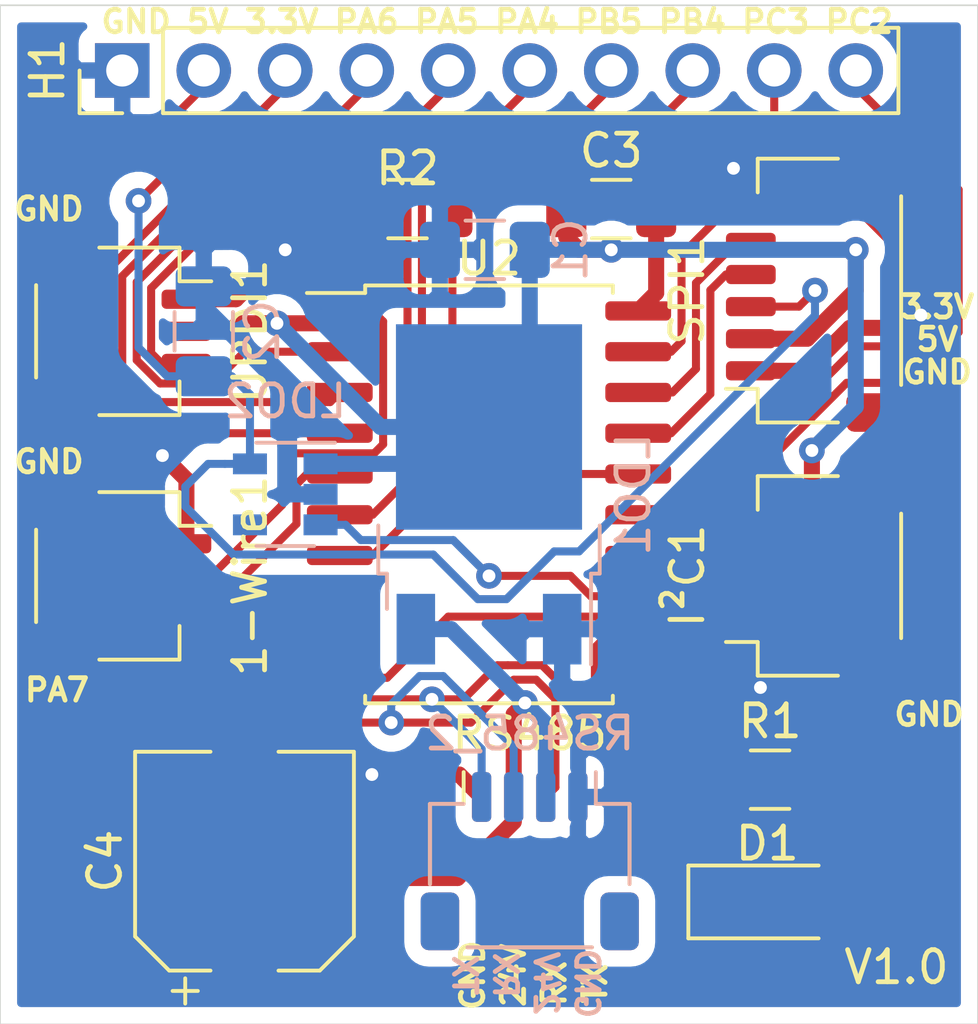
<source format=kicad_pcb>
(kicad_pcb (version 20171130) (host pcbnew "(5.1.5)-3")

  (general
    (thickness 1.6)
    (drawings 21)
    (tracks 275)
    (zones 0)
    (modules 17)
    (nets 26)
  )

  (page A4)
  (layers
    (0 F.Cu signal)
    (31 B.Cu signal)
    (32 B.Adhes user hide)
    (33 F.Adhes user hide)
    (34 B.Paste user hide)
    (35 F.Paste user hide)
    (36 B.SilkS user)
    (37 F.SilkS user)
    (38 B.Mask user hide)
    (39 F.Mask user)
    (40 Dwgs.User user hide)
    (41 Cmts.User user hide)
    (42 Eco1.User user hide)
    (43 Eco2.User user hide)
    (44 Edge.Cuts user hide)
    (45 Margin user hide)
    (46 B.CrtYd user hide)
    (47 F.CrtYd user hide)
    (48 B.Fab user hide)
    (49 F.Fab user hide)
  )

  (setup
    (last_trace_width 0.25)
    (trace_clearance 0.2)
    (zone_clearance 0.508)
    (zone_45_only no)
    (trace_min 0.2)
    (via_size 0.8)
    (via_drill 0.4)
    (via_min_size 0.4)
    (via_min_drill 0.3)
    (uvia_size 0.3)
    (uvia_drill 0.1)
    (uvias_allowed no)
    (uvia_min_size 0.2)
    (uvia_min_drill 0.1)
    (edge_width 0.05)
    (segment_width 0.2)
    (pcb_text_width 0.3)
    (pcb_text_size 1.5 1.5)
    (mod_edge_width 0.12)
    (mod_text_size 1 1)
    (mod_text_width 0.15)
    (pad_size 1.524 1.524)
    (pad_drill 0.762)
    (pad_to_mask_clearance 0.051)
    (solder_mask_min_width 0.25)
    (aux_axis_origin 0 0)
    (visible_elements 7FFFFFFF)
    (pcbplotparams
      (layerselection 0x010fc_ffffffff)
      (usegerberextensions false)
      (usegerberattributes false)
      (usegerberadvancedattributes false)
      (creategerberjobfile false)
      (excludeedgelayer false)
      (linewidth 0.100000)
      (plotframeref false)
      (viasonmask false)
      (mode 1)
      (useauxorigin false)
      (hpglpennumber 1)
      (hpglpenspeed 20)
      (hpglpendiameter 15.000000)
      (psnegative false)
      (psa4output false)
      (plotreference true)
      (plotvalue true)
      (plotinvisibletext false)
      (padsonsilk false)
      (subtractmaskfromsilk false)
      (outputformat 1)
      (mirror false)
      (drillshape 0)
      (scaleselection 1)
      (outputdirectory "PCB_RS485_output_V2/"))
  )

  (net 0 "")
  (net 1 "Net-(D1-Pad2)")
  (net 2 /GND)
  (net 3 /5V)
  (net 4 /3.3V)
  (net 5 /24V)
  (net 6 "Net-(LDO2-Pad4)")
  (net 7 "Net-(LDO2-Pad3)")
  (net 8 /TX)
  (net 9 /RX)
  (net 10 /PA7)
  (net 11 /SDA)
  (net 12 /SCL)
  (net 13 /SCK)
  (net 14 /MISO)
  (net 15 /MOSI)
  (net 16 /RST)
  (net 17 /PC3)
  (net 18 /PC2)
  (net 19 /PB5)
  (net 20 /PB4)
  (net 21 /PA6)
  (net 22 /PA5)
  (net 23 /PA4)
  (net 24 "Net-(R1-Pad1)")
  (net 25 "Net-(R2-Pad2)")

  (net_class Default "Dit is de standaard class."
    (clearance 0.2)
    (trace_width 0.25)
    (via_dia 0.8)
    (via_drill 0.4)
    (uvia_dia 0.3)
    (uvia_drill 0.1)
    (add_net /3.3V)
    (add_net /MISO)
    (add_net /MOSI)
    (add_net /PA4)
    (add_net /PA5)
    (add_net /PA6)
    (add_net /PA7)
    (add_net /PB4)
    (add_net /PB5)
    (add_net /PC2)
    (add_net /PC3)
    (add_net /RST)
    (add_net /RX)
    (add_net /SCK)
    (add_net /SCL)
    (add_net /SDA)
    (add_net /TX)
    (add_net "Net-(D1-Pad2)")
    (add_net "Net-(LDO2-Pad3)")
    (add_net "Net-(LDO2-Pad4)")
    (add_net "Net-(R1-Pad1)")
    (add_net "Net-(R2-Pad2)")
  )

  (net_class Second ""
    (clearance 0.2)
    (trace_width 0.5)
    (via_dia 0.8)
    (via_drill 0.4)
    (uvia_dia 0.3)
    (uvia_drill 0.1)
    (add_net /24V)
    (add_net /5V)
    (add_net /GND)
  )

  (module Connector_JST:JST_SH_SM03B-SRSS-TB_1x03-1MP_P1.00mm_Horizontal (layer F.Cu) (tedit 5B78AD87) (tstamp 5E9D81E3)
    (at 186.69 93.98 270)
    (descr "JST SH series connector, SM03B-SRSS-TB (http://www.jst-mfg.com/product/pdf/eng/eSH.pdf), generated with kicad-footprint-generator")
    (tags "connector JST SH top entry")
    (path /5E9F854C)
    (attr smd)
    (fp_text reference UPDI1 (at 0 -3.98 90) (layer F.SilkS)
      (effects (font (size 1 1) (thickness 0.15)))
    )
    (fp_text value Conn_01x03 (at 0 3.98 90) (layer F.Fab)
      (effects (font (size 1 1) (thickness 0.15)))
    )
    (fp_text user %R (at 0 0 90) (layer F.Fab)
      (effects (font (size 1 1) (thickness 0.15)))
    )
    (fp_line (start -1 -0.967893) (end -0.5 -1.675) (layer F.Fab) (width 0.1))
    (fp_line (start -1.5 -1.675) (end -1 -0.967893) (layer F.Fab) (width 0.1))
    (fp_line (start 3.4 -3.28) (end -3.4 -3.28) (layer F.CrtYd) (width 0.05))
    (fp_line (start 3.4 3.28) (end 3.4 -3.28) (layer F.CrtYd) (width 0.05))
    (fp_line (start -3.4 3.28) (end 3.4 3.28) (layer F.CrtYd) (width 0.05))
    (fp_line (start -3.4 -3.28) (end -3.4 3.28) (layer F.CrtYd) (width 0.05))
    (fp_line (start 2.5 -1.675) (end 2.5 2.575) (layer F.Fab) (width 0.1))
    (fp_line (start -2.5 -1.675) (end -2.5 2.575) (layer F.Fab) (width 0.1))
    (fp_line (start -2.5 2.575) (end 2.5 2.575) (layer F.Fab) (width 0.1))
    (fp_line (start -1.44 2.685) (end 1.44 2.685) (layer F.SilkS) (width 0.12))
    (fp_line (start 2.61 -1.785) (end 1.56 -1.785) (layer F.SilkS) (width 0.12))
    (fp_line (start 2.61 0.715) (end 2.61 -1.785) (layer F.SilkS) (width 0.12))
    (fp_line (start -1.56 -1.785) (end -1.56 -2.775) (layer F.SilkS) (width 0.12))
    (fp_line (start -2.61 -1.785) (end -1.56 -1.785) (layer F.SilkS) (width 0.12))
    (fp_line (start -2.61 0.715) (end -2.61 -1.785) (layer F.SilkS) (width 0.12))
    (fp_line (start -2.5 -1.675) (end 2.5 -1.675) (layer F.Fab) (width 0.1))
    (pad MP smd roundrect (at 2.3 1.875 270) (size 1.2 1.8) (layers F.Cu F.Paste F.Mask) (roundrect_rratio 0.208333))
    (pad MP smd roundrect (at -2.3 1.875 270) (size 1.2 1.8) (layers F.Cu F.Paste F.Mask) (roundrect_rratio 0.208333))
    (pad 3 smd roundrect (at 1 -2 270) (size 0.6 1.55) (layers F.Cu F.Paste F.Mask) (roundrect_rratio 0.25)
      (net 25 "Net-(R2-Pad2)"))
    (pad 2 smd roundrect (at 0 -2 270) (size 0.6 1.55) (layers F.Cu F.Paste F.Mask) (roundrect_rratio 0.25)
      (net 3 /5V))
    (pad 1 smd roundrect (at -1 -2 270) (size 0.6 1.55) (layers F.Cu F.Paste F.Mask) (roundrect_rratio 0.25)
      (net 2 /GND))
    (model ${KISYS3DMOD}/Connector_JST.3dshapes/JST_SH_SM03B-SRSS-TB_1x03-1MP_P1.00mm_Horizontal.wrl
      (at (xyz 0 0 0))
      (scale (xyz 1 1 1))
      (rotate (xyz 0 0 0))
    )
  )

  (module Package_TO_SOT_SMD:TO-252-2 (layer B.Cu) (tedit 5A70A390) (tstamp 5E80FA86)
    (at 198.12 99.06 90)
    (descr "TO-252 / DPAK SMD package, http://www.infineon.com/cms/en/product/packages/PG-TO252/PG-TO252-3-1/")
    (tags "DPAK TO-252 DPAK-3 TO-252-3 SOT-428")
    (path /5E81B308)
    (attr smd)
    (fp_text reference LDO1 (at 0 4.5 90) (layer B.SilkS)
      (effects (font (size 1 1) (thickness 0.15)) (justify mirror))
    )
    (fp_text value LD1086DT50TR (at 0 -4.5 90) (layer B.Fab)
      (effects (font (size 1 1) (thickness 0.15)) (justify mirror))
    )
    (fp_text user %R (at 0 0 90) (layer B.Fab)
      (effects (font (size 1 1) (thickness 0.15)) (justify mirror))
    )
    (fp_line (start 5.55 3.5) (end -5.55 3.5) (layer B.CrtYd) (width 0.05))
    (fp_line (start 5.55 -3.5) (end 5.55 3.5) (layer B.CrtYd) (width 0.05))
    (fp_line (start -5.55 -3.5) (end 5.55 -3.5) (layer B.CrtYd) (width 0.05))
    (fp_line (start -5.55 3.5) (end -5.55 -3.5) (layer B.CrtYd) (width 0.05))
    (fp_line (start -2.47 -3.18) (end -3.57 -3.18) (layer B.SilkS) (width 0.12))
    (fp_line (start -2.47 -3.45) (end -2.47 -3.18) (layer B.SilkS) (width 0.12))
    (fp_line (start -0.97 -3.45) (end -2.47 -3.45) (layer B.SilkS) (width 0.12))
    (fp_line (start -2.47 3.18) (end -5.3 3.18) (layer B.SilkS) (width 0.12))
    (fp_line (start -2.47 3.45) (end -2.47 3.18) (layer B.SilkS) (width 0.12))
    (fp_line (start -0.97 3.45) (end -2.47 3.45) (layer B.SilkS) (width 0.12))
    (fp_line (start -4.97 -2.655) (end -2.27 -2.655) (layer B.Fab) (width 0.1))
    (fp_line (start -4.97 -1.905) (end -4.97 -2.655) (layer B.Fab) (width 0.1))
    (fp_line (start -2.27 -1.905) (end -4.97 -1.905) (layer B.Fab) (width 0.1))
    (fp_line (start -4.97 1.905) (end -2.27 1.905) (layer B.Fab) (width 0.1))
    (fp_line (start -4.97 2.655) (end -4.97 1.905) (layer B.Fab) (width 0.1))
    (fp_line (start -1.865 2.655) (end -4.97 2.655) (layer B.Fab) (width 0.1))
    (fp_line (start -1.27 3.25) (end 3.95 3.25) (layer B.Fab) (width 0.1))
    (fp_line (start -2.27 2.25) (end -1.27 3.25) (layer B.Fab) (width 0.1))
    (fp_line (start -2.27 -3.25) (end -2.27 2.25) (layer B.Fab) (width 0.1))
    (fp_line (start 3.95 -3.25) (end -2.27 -3.25) (layer B.Fab) (width 0.1))
    (fp_line (start 3.95 3.25) (end 3.95 -3.25) (layer B.Fab) (width 0.1))
    (fp_line (start 4.95 -2.7) (end 3.95 -2.7) (layer B.Fab) (width 0.1))
    (fp_line (start 4.95 2.7) (end 4.95 -2.7) (layer B.Fab) (width 0.1))
    (fp_line (start 3.95 2.7) (end 4.95 2.7) (layer B.Fab) (width 0.1))
    (pad "" smd rect (at 0.425 -1.525 90) (size 3.05 2.75) (layers B.Paste))
    (pad "" smd rect (at 3.775 1.525 90) (size 3.05 2.75) (layers B.Paste))
    (pad "" smd rect (at 0.425 1.525 90) (size 3.05 2.75) (layers B.Paste))
    (pad "" smd rect (at 3.775 -1.525 90) (size 3.05 2.75) (layers B.Paste))
    (pad 2 smd rect (at 2.1 0 90) (size 6.4 5.8) (layers B.Cu B.Mask)
      (net 3 /5V))
    (pad 3 smd rect (at -4.2 -2.28 90) (size 2.2 1.2) (layers B.Cu B.Paste B.Mask)
      (net 5 /24V))
    (pad 1 smd rect (at -4.2 2.28 90) (size 2.2 1.2) (layers B.Cu B.Paste B.Mask)
      (net 2 /GND))
    (model ${KISYS3DMOD}/Package_TO_SOT_SMD.3dshapes/TO-252-2.wrl
      (at (xyz 0 0 0))
      (scale (xyz 1 1 1))
      (rotate (xyz 0 0 0))
    )
  )

  (module Connector_JST:JST_SH_SM04B-SRSS-TB_1x04-1MP_P1.00mm_Horizontal (layer B.Cu) (tedit 5B78AD87) (tstamp 5E7FB0E1)
    (at 199.39 110.49 180)
    (descr "JST SH series connector, SM04B-SRSS-TB (http://www.jst-mfg.com/product/pdf/eng/eSH.pdf), generated with kicad-footprint-generator")
    (tags "connector JST SH top entry")
    (path /5E7FDED7)
    (attr smd)
    (fp_text reference RS485_2 (at 0 3.98) (layer B.SilkS)
      (effects (font (size 1 1) (thickness 0.15)) (justify mirror))
    )
    (fp_text value Conn_01x04 (at 0 -3.98) (layer B.Fab)
      (effects (font (size 1 1) (thickness 0.15)) (justify mirror))
    )
    (fp_text user %R (at 0 0) (layer B.Fab)
      (effects (font (size 1 1) (thickness 0.15)) (justify mirror))
    )
    (fp_line (start -1.5 0.967893) (end -1 1.675) (layer B.Fab) (width 0.1))
    (fp_line (start -2 1.675) (end -1.5 0.967893) (layer B.Fab) (width 0.1))
    (fp_line (start 3.9 3.28) (end -3.9 3.28) (layer B.CrtYd) (width 0.05))
    (fp_line (start 3.9 -3.28) (end 3.9 3.28) (layer B.CrtYd) (width 0.05))
    (fp_line (start -3.9 -3.28) (end 3.9 -3.28) (layer B.CrtYd) (width 0.05))
    (fp_line (start -3.9 3.28) (end -3.9 -3.28) (layer B.CrtYd) (width 0.05))
    (fp_line (start 3 1.675) (end 3 -2.575) (layer B.Fab) (width 0.1))
    (fp_line (start -3 1.675) (end -3 -2.575) (layer B.Fab) (width 0.1))
    (fp_line (start -3 -2.575) (end 3 -2.575) (layer B.Fab) (width 0.1))
    (fp_line (start -1.94 -2.685) (end 1.94 -2.685) (layer B.SilkS) (width 0.12))
    (fp_line (start 3.11 1.785) (end 2.06 1.785) (layer B.SilkS) (width 0.12))
    (fp_line (start 3.11 -0.715) (end 3.11 1.785) (layer B.SilkS) (width 0.12))
    (fp_line (start -2.06 1.785) (end -2.06 2.775) (layer B.SilkS) (width 0.12))
    (fp_line (start -3.11 1.785) (end -2.06 1.785) (layer B.SilkS) (width 0.12))
    (fp_line (start -3.11 -0.715) (end -3.11 1.785) (layer B.SilkS) (width 0.12))
    (fp_line (start -3 1.675) (end 3 1.675) (layer B.Fab) (width 0.1))
    (pad MP smd roundrect (at 2.8 -1.875 180) (size 1.2 1.8) (layers B.Cu B.Paste B.Mask) (roundrect_rratio 0.208333))
    (pad MP smd roundrect (at -2.8 -1.875 180) (size 1.2 1.8) (layers B.Cu B.Paste B.Mask) (roundrect_rratio 0.208333))
    (pad 4 smd roundrect (at 1.5 2 180) (size 0.6 1.55) (layers B.Cu B.Paste B.Mask) (roundrect_rratio 0.25)
      (net 8 /TX))
    (pad 3 smd roundrect (at 0.5 2 180) (size 0.6 1.55) (layers B.Cu B.Paste B.Mask) (roundrect_rratio 0.25)
      (net 9 /RX))
    (pad 2 smd roundrect (at -0.5 2 180) (size 0.6 1.55) (layers B.Cu B.Paste B.Mask) (roundrect_rratio 0.25)
      (net 5 /24V))
    (pad 1 smd roundrect (at -1.5 2 180) (size 0.6 1.55) (layers B.Cu B.Paste B.Mask) (roundrect_rratio 0.25)
      (net 2 /GND))
    (model ${KISYS3DMOD}/Connector_JST.3dshapes/JST_SH_SM04B-SRSS-TB_1x04-1MP_P1.00mm_Horizontal.wrl
      (at (xyz 0 0 0))
      (scale (xyz 1 1 1))
      (rotate (xyz 0 0 0))
    )
  )

  (module Connector_JST:JST_SH_SM04B-SRSS-TB_1x04-1MP_P1.00mm_Horizontal (layer F.Cu) (tedit 5B78AD87) (tstamp 5E804B4B)
    (at 199.39 110.49)
    (descr "JST SH series connector, SM04B-SRSS-TB (http://www.jst-mfg.com/product/pdf/eng/eSH.pdf), generated with kicad-footprint-generator")
    (tags "connector JST SH top entry")
    (path /5E82DEC1)
    (attr smd)
    (fp_text reference RS485 (at 0 -3.98) (layer F.SilkS)
      (effects (font (size 1 1) (thickness 0.15)))
    )
    (fp_text value Conn_01x04 (at 0 3.98) (layer F.Fab)
      (effects (font (size 1 1) (thickness 0.15)))
    )
    (fp_text user %R (at 0 0) (layer F.Fab)
      (effects (font (size 1 1) (thickness 0.15)))
    )
    (fp_line (start -1.5 -0.967893) (end -1 -1.675) (layer F.Fab) (width 0.1))
    (fp_line (start -2 -1.675) (end -1.5 -0.967893) (layer F.Fab) (width 0.1))
    (fp_line (start 3.9 -3.28) (end -3.9 -3.28) (layer F.CrtYd) (width 0.05))
    (fp_line (start 3.9 3.28) (end 3.9 -3.28) (layer F.CrtYd) (width 0.05))
    (fp_line (start -3.9 3.28) (end 3.9 3.28) (layer F.CrtYd) (width 0.05))
    (fp_line (start -3.9 -3.28) (end -3.9 3.28) (layer F.CrtYd) (width 0.05))
    (fp_line (start 3 -1.675) (end 3 2.575) (layer F.Fab) (width 0.1))
    (fp_line (start -3 -1.675) (end -3 2.575) (layer F.Fab) (width 0.1))
    (fp_line (start -3 2.575) (end 3 2.575) (layer F.Fab) (width 0.1))
    (fp_line (start -1.94 2.685) (end 1.94 2.685) (layer F.SilkS) (width 0.12))
    (fp_line (start 3.11 -1.785) (end 2.06 -1.785) (layer F.SilkS) (width 0.12))
    (fp_line (start 3.11 0.715) (end 3.11 -1.785) (layer F.SilkS) (width 0.12))
    (fp_line (start -2.06 -1.785) (end -2.06 -2.775) (layer F.SilkS) (width 0.12))
    (fp_line (start -3.11 -1.785) (end -2.06 -1.785) (layer F.SilkS) (width 0.12))
    (fp_line (start -3.11 0.715) (end -3.11 -1.785) (layer F.SilkS) (width 0.12))
    (fp_line (start -3 -1.675) (end 3 -1.675) (layer F.Fab) (width 0.1))
    (pad MP smd roundrect (at 2.8 1.875) (size 1.2 1.8) (layers F.Cu F.Paste F.Mask) (roundrect_rratio 0.208333))
    (pad MP smd roundrect (at -2.8 1.875) (size 1.2 1.8) (layers F.Cu F.Paste F.Mask) (roundrect_rratio 0.208333))
    (pad 4 smd roundrect (at 1.5 -2) (size 0.6 1.55) (layers F.Cu F.Paste F.Mask) (roundrect_rratio 0.25)
      (net 8 /TX))
    (pad 3 smd roundrect (at 0.5 -2) (size 0.6 1.55) (layers F.Cu F.Paste F.Mask) (roundrect_rratio 0.25)
      (net 9 /RX))
    (pad 2 smd roundrect (at -0.5 -2) (size 0.6 1.55) (layers F.Cu F.Paste F.Mask) (roundrect_rratio 0.25)
      (net 5 /24V))
    (pad 1 smd roundrect (at -1.5 -2) (size 0.6 1.55) (layers F.Cu F.Paste F.Mask) (roundrect_rratio 0.25)
      (net 2 /GND))
    (model ${KISYS3DMOD}/Connector_JST.3dshapes/JST_SH_SM04B-SRSS-TB_1x04-1MP_P1.00mm_Horizontal.wrl
      (at (xyz 0 0 0))
      (scale (xyz 1 1 1))
      (rotate (xyz 0 0 0))
    )
  )

  (module Package_SO:SOIC-20W_7.5x12.8mm_P1.27mm (layer F.Cu) (tedit 5D9F72B1) (tstamp 5E790D7A)
    (at 198.12 99.06)
    (descr "SOIC, 20 Pin (JEDEC MS-013AC, https://www.analog.com/media/en/package-pcb-resources/package/233848rw_20.pdf), generated with kicad-footprint-generator ipc_gullwing_generator.py")
    (tags "SOIC SO")
    (path /5E796469)
    (attr smd)
    (fp_text reference U2 (at 0 -7.35) (layer F.SilkS)
      (effects (font (size 1 1) (thickness 0.15)))
    )
    (fp_text value ATtiny3216-S (at 0 7.35) (layer F.Fab)
      (effects (font (size 1 1) (thickness 0.15)))
    )
    (fp_line (start 0 6.51) (end 3.86 6.51) (layer F.SilkS) (width 0.12))
    (fp_line (start 3.86 6.51) (end 3.86 6.275) (layer F.SilkS) (width 0.12))
    (fp_line (start 0 6.51) (end -3.86 6.51) (layer F.SilkS) (width 0.12))
    (fp_line (start -3.86 6.51) (end -3.86 6.275) (layer F.SilkS) (width 0.12))
    (fp_line (start 0 -6.51) (end 3.86 -6.51) (layer F.SilkS) (width 0.12))
    (fp_line (start 3.86 -6.51) (end 3.86 -6.275) (layer F.SilkS) (width 0.12))
    (fp_line (start 0 -6.51) (end -3.86 -6.51) (layer F.SilkS) (width 0.12))
    (fp_line (start -3.86 -6.51) (end -3.86 -6.275) (layer F.SilkS) (width 0.12))
    (fp_line (start -3.86 -6.275) (end -5.675 -6.275) (layer F.SilkS) (width 0.12))
    (fp_line (start -2.75 -6.4) (end 3.75 -6.4) (layer F.Fab) (width 0.1))
    (fp_line (start 3.75 -6.4) (end 3.75 6.4) (layer F.Fab) (width 0.1))
    (fp_line (start 3.75 6.4) (end -3.75 6.4) (layer F.Fab) (width 0.1))
    (fp_line (start -3.75 6.4) (end -3.75 -5.4) (layer F.Fab) (width 0.1))
    (fp_line (start -3.75 -5.4) (end -2.75 -6.4) (layer F.Fab) (width 0.1))
    (fp_line (start -5.93 -6.65) (end -5.93 6.65) (layer F.CrtYd) (width 0.05))
    (fp_line (start -5.93 6.65) (end 5.93 6.65) (layer F.CrtYd) (width 0.05))
    (fp_line (start 5.93 6.65) (end 5.93 -6.65) (layer F.CrtYd) (width 0.05))
    (fp_line (start 5.93 -6.65) (end -5.93 -6.65) (layer F.CrtYd) (width 0.05))
    (fp_text user %R (at 0 0) (layer F.Fab)
      (effects (font (size 1 1) (thickness 0.15)))
    )
    (pad 1 smd roundrect (at -4.65 -5.715) (size 2.05 0.6) (layers F.Cu F.Paste F.Mask) (roundrect_rratio 0.25)
      (net 3 /5V))
    (pad 2 smd roundrect (at -4.65 -4.445) (size 2.05 0.6) (layers F.Cu F.Paste F.Mask) (roundrect_rratio 0.25)
      (net 23 /PA4))
    (pad 3 smd roundrect (at -4.65 -3.175) (size 2.05 0.6) (layers F.Cu F.Paste F.Mask) (roundrect_rratio 0.25)
      (net 22 /PA5))
    (pad 4 smd roundrect (at -4.65 -1.905) (size 2.05 0.6) (layers F.Cu F.Paste F.Mask) (roundrect_rratio 0.25)
      (net 21 /PA6))
    (pad 5 smd roundrect (at -4.65 -0.635) (size 2.05 0.6) (layers F.Cu F.Paste F.Mask) (roundrect_rratio 0.25)
      (net 10 /PA7))
    (pad 6 smd roundrect (at -4.65 0.635) (size 2.05 0.6) (layers F.Cu F.Paste F.Mask) (roundrect_rratio 0.25)
      (net 19 /PB5))
    (pad 7 smd roundrect (at -4.65 1.905) (size 2.05 0.6) (layers F.Cu F.Paste F.Mask) (roundrect_rratio 0.25)
      (net 20 /PB4))
    (pad 8 smd roundrect (at -4.65 3.175) (size 2.05 0.6) (layers F.Cu F.Paste F.Mask) (roundrect_rratio 0.25)
      (net 9 /RX))
    (pad 9 smd roundrect (at -4.65 4.445) (size 2.05 0.6) (layers F.Cu F.Paste F.Mask) (roundrect_rratio 0.25)
      (net 8 /TX))
    (pad 10 smd roundrect (at -4.65 5.715) (size 2.05 0.6) (layers F.Cu F.Paste F.Mask) (roundrect_rratio 0.25)
      (net 11 /SDA))
    (pad 11 smd roundrect (at 4.65 5.715) (size 2.05 0.6) (layers F.Cu F.Paste F.Mask) (roundrect_rratio 0.25)
      (net 12 /SCL))
    (pad 12 smd roundrect (at 4.65 4.445) (size 2.05 0.6) (layers F.Cu F.Paste F.Mask) (roundrect_rratio 0.25)
      (net 24 "Net-(R1-Pad1)"))
    (pad 13 smd roundrect (at 4.65 3.175) (size 2.05 0.6) (layers F.Cu F.Paste F.Mask) (roundrect_rratio 0.25)
      (net 7 "Net-(LDO2-Pad3)"))
    (pad 14 smd roundrect (at 4.65 1.905) (size 2.05 0.6) (layers F.Cu F.Paste F.Mask) (roundrect_rratio 0.25)
      (net 18 /PC2))
    (pad 15 smd roundrect (at 4.65 0.635) (size 2.05 0.6) (layers F.Cu F.Paste F.Mask) (roundrect_rratio 0.25)
      (net 17 /PC3))
    (pad 16 smd roundrect (at 4.65 -0.635) (size 2.05 0.6) (layers F.Cu F.Paste F.Mask) (roundrect_rratio 0.25)
      (net 16 /RST))
    (pad 17 smd roundrect (at 4.65 -1.905) (size 2.05 0.6) (layers F.Cu F.Paste F.Mask) (roundrect_rratio 0.25)
      (net 15 /MOSI))
    (pad 18 smd roundrect (at 4.65 -3.175) (size 2.05 0.6) (layers F.Cu F.Paste F.Mask) (roundrect_rratio 0.25)
      (net 14 /MISO))
    (pad 19 smd roundrect (at 4.65 -4.445) (size 2.05 0.6) (layers F.Cu F.Paste F.Mask) (roundrect_rratio 0.25)
      (net 13 /SCK))
    (pad 20 smd roundrect (at 4.65 -5.715) (size 2.05 0.6) (layers F.Cu F.Paste F.Mask) (roundrect_rratio 0.25)
      (net 2 /GND))
    (model ${KISYS3DMOD}/Package_SO.3dshapes/SOIC-20W_7.5x12.8mm_P1.27mm.wrl
      (at (xyz 0 0 0))
      (scale (xyz 1 1 1))
      (rotate (xyz 0 0 0))
    )
  )

  (module Connector_JST:JST_SH_SM06B-SRSS-TB_1x06-1MP_P1.00mm_Horizontal (layer F.Cu) (tedit 5B78AD87) (tstamp 5E822631)
    (at 208.28 92.71 90)
    (descr "JST SH series connector, SM06B-SRSS-TB (http://www.jst-mfg.com/product/pdf/eng/eSH.pdf), generated with kicad-footprint-generator")
    (tags "connector JST SH top entry")
    (path /5E820C17)
    (attr smd)
    (fp_text reference SPI1 (at 0 -3.98 90) (layer F.SilkS)
      (effects (font (size 1 1) (thickness 0.15)))
    )
    (fp_text value Conn_01x06 (at 0 3.98 90) (layer F.Fab)
      (effects (font (size 1 1) (thickness 0.15)))
    )
    (fp_text user %R (at 0 0 90) (layer F.Fab)
      (effects (font (size 1 1) (thickness 0.15)))
    )
    (fp_line (start -2.5 -0.967893) (end -2 -1.675) (layer F.Fab) (width 0.1))
    (fp_line (start -3 -1.675) (end -2.5 -0.967893) (layer F.Fab) (width 0.1))
    (fp_line (start 4.9 -3.28) (end -4.9 -3.28) (layer F.CrtYd) (width 0.05))
    (fp_line (start 4.9 3.28) (end 4.9 -3.28) (layer F.CrtYd) (width 0.05))
    (fp_line (start -4.9 3.28) (end 4.9 3.28) (layer F.CrtYd) (width 0.05))
    (fp_line (start -4.9 -3.28) (end -4.9 3.28) (layer F.CrtYd) (width 0.05))
    (fp_line (start 4 -1.675) (end 4 2.575) (layer F.Fab) (width 0.1))
    (fp_line (start -4 -1.675) (end -4 2.575) (layer F.Fab) (width 0.1))
    (fp_line (start -4 2.575) (end 4 2.575) (layer F.Fab) (width 0.1))
    (fp_line (start -2.94 2.685) (end 2.94 2.685) (layer F.SilkS) (width 0.12))
    (fp_line (start 4.11 -1.785) (end 3.06 -1.785) (layer F.SilkS) (width 0.12))
    (fp_line (start 4.11 0.715) (end 4.11 -1.785) (layer F.SilkS) (width 0.12))
    (fp_line (start -3.06 -1.785) (end -3.06 -2.775) (layer F.SilkS) (width 0.12))
    (fp_line (start -4.11 -1.785) (end -3.06 -1.785) (layer F.SilkS) (width 0.12))
    (fp_line (start -4.11 0.715) (end -4.11 -1.785) (layer F.SilkS) (width 0.12))
    (fp_line (start -4 -1.675) (end 4 -1.675) (layer F.Fab) (width 0.1))
    (pad MP smd roundrect (at 3.8 1.875 90) (size 1.2 1.8) (layers F.Cu F.Paste F.Mask) (roundrect_rratio 0.208333))
    (pad MP smd roundrect (at -3.8 1.875 90) (size 1.2 1.8) (layers F.Cu F.Paste F.Mask) (roundrect_rratio 0.208333))
    (pad 6 smd roundrect (at 2.5 -2 90) (size 0.6 1.55) (layers F.Cu F.Paste F.Mask) (roundrect_rratio 0.25)
      (net 13 /SCK))
    (pad 5 smd roundrect (at 1.5 -2 90) (size 0.6 1.55) (layers F.Cu F.Paste F.Mask) (roundrect_rratio 0.25)
      (net 14 /MISO))
    (pad 4 smd roundrect (at 0.5 -2 90) (size 0.6 1.55) (layers F.Cu F.Paste F.Mask) (roundrect_rratio 0.25)
      (net 15 /MOSI))
    (pad 3 smd roundrect (at -0.5 -2 90) (size 0.6 1.55) (layers F.Cu F.Paste F.Mask) (roundrect_rratio 0.25)
      (net 4 /3.3V))
    (pad 2 smd roundrect (at -1.5 -2 90) (size 0.6 1.55) (layers F.Cu F.Paste F.Mask) (roundrect_rratio 0.25)
      (net 3 /5V))
    (pad 1 smd roundrect (at -2.5 -2 90) (size 0.6 1.55) (layers F.Cu F.Paste F.Mask) (roundrect_rratio 0.25)
      (net 2 /GND))
    (model ${KISYS3DMOD}/Connector_JST.3dshapes/JST_SH_SM06B-SRSS-TB_1x06-1MP_P1.00mm_Horizontal.wrl
      (at (xyz 0 0 0))
      (scale (xyz 1 1 1))
      (rotate (xyz 0 0 0))
    )
  )

  (module Connector_JST:JST_SH_SM04B-SRSS-TB_1x04-1MP_P1.00mm_Horizontal (layer F.Cu) (tedit 5B78AD87) (tstamp 5E822601)
    (at 208.28 101.6 90)
    (descr "JST SH series connector, SM04B-SRSS-TB (http://www.jst-mfg.com/product/pdf/eng/eSH.pdf), generated with kicad-footprint-generator")
    (tags "connector JST SH top entry")
    (path /5E82617E)
    (attr smd)
    (fp_text reference I²C1 (at 0 -3.98 90) (layer F.SilkS)
      (effects (font (size 1 1) (thickness 0.15)))
    )
    (fp_text value Conn_01x04 (at 0 3.98 90) (layer F.Fab)
      (effects (font (size 1 1) (thickness 0.15)))
    )
    (fp_text user %R (at 0 0 90) (layer F.Fab)
      (effects (font (size 1 1) (thickness 0.15)))
    )
    (fp_line (start -1.5 -0.967893) (end -1 -1.675) (layer F.Fab) (width 0.1))
    (fp_line (start -2 -1.675) (end -1.5 -0.967893) (layer F.Fab) (width 0.1))
    (fp_line (start 3.9 -3.28) (end -3.9 -3.28) (layer F.CrtYd) (width 0.05))
    (fp_line (start 3.9 3.28) (end 3.9 -3.28) (layer F.CrtYd) (width 0.05))
    (fp_line (start -3.9 3.28) (end 3.9 3.28) (layer F.CrtYd) (width 0.05))
    (fp_line (start -3.9 -3.28) (end -3.9 3.28) (layer F.CrtYd) (width 0.05))
    (fp_line (start 3 -1.675) (end 3 2.575) (layer F.Fab) (width 0.1))
    (fp_line (start -3 -1.675) (end -3 2.575) (layer F.Fab) (width 0.1))
    (fp_line (start -3 2.575) (end 3 2.575) (layer F.Fab) (width 0.1))
    (fp_line (start -1.94 2.685) (end 1.94 2.685) (layer F.SilkS) (width 0.12))
    (fp_line (start 3.11 -1.785) (end 2.06 -1.785) (layer F.SilkS) (width 0.12))
    (fp_line (start 3.11 0.715) (end 3.11 -1.785) (layer F.SilkS) (width 0.12))
    (fp_line (start -2.06 -1.785) (end -2.06 -2.775) (layer F.SilkS) (width 0.12))
    (fp_line (start -3.11 -1.785) (end -2.06 -1.785) (layer F.SilkS) (width 0.12))
    (fp_line (start -3.11 0.715) (end -3.11 -1.785) (layer F.SilkS) (width 0.12))
    (fp_line (start -3 -1.675) (end 3 -1.675) (layer F.Fab) (width 0.1))
    (pad MP smd roundrect (at 2.8 1.875 90) (size 1.2 1.8) (layers F.Cu F.Paste F.Mask) (roundrect_rratio 0.208333))
    (pad MP smd roundrect (at -2.8 1.875 90) (size 1.2 1.8) (layers F.Cu F.Paste F.Mask) (roundrect_rratio 0.208333))
    (pad 4 smd roundrect (at 1.5 -2 90) (size 0.6 1.55) (layers F.Cu F.Paste F.Mask) (roundrect_rratio 0.25)
      (net 11 /SDA))
    (pad 3 smd roundrect (at 0.5 -2 90) (size 0.6 1.55) (layers F.Cu F.Paste F.Mask) (roundrect_rratio 0.25)
      (net 12 /SCL))
    (pad 2 smd roundrect (at -0.5 -2 90) (size 0.6 1.55) (layers F.Cu F.Paste F.Mask) (roundrect_rratio 0.25)
      (net 3 /5V))
    (pad 1 smd roundrect (at -1.5 -2 90) (size 0.6 1.55) (layers F.Cu F.Paste F.Mask) (roundrect_rratio 0.25)
      (net 2 /GND))
    (model ${KISYS3DMOD}/Connector_JST.3dshapes/JST_SH_SM04B-SRSS-TB_1x04-1MP_P1.00mm_Horizontal.wrl
      (at (xyz 0 0 0))
      (scale (xyz 1 1 1))
      (rotate (xyz 0 0 0))
    )
  )

  (module Connector_JST:JST_SH_SM03B-SRSS-TB_1x03-1MP_P1.00mm_Horizontal (layer F.Cu) (tedit 5B78AD87) (tstamp 5E8141D8)
    (at 186.69 101.6 270)
    (descr "JST SH series connector, SM03B-SRSS-TB (http://www.jst-mfg.com/product/pdf/eng/eSH.pdf), generated with kicad-footprint-generator")
    (tags "connector JST SH top entry")
    (path /5E813AE2)
    (attr smd)
    (fp_text reference 1-Wire1 (at 0 -3.98 90) (layer F.SilkS)
      (effects (font (size 1 1) (thickness 0.15)))
    )
    (fp_text value Conn_01x03 (at 0 3.98 90) (layer F.Fab)
      (effects (font (size 1 1) (thickness 0.15)))
    )
    (fp_text user %R (at 0 0 90) (layer F.Fab)
      (effects (font (size 1 1) (thickness 0.15)))
    )
    (fp_line (start -1 -0.967893) (end -0.5 -1.675) (layer F.Fab) (width 0.1))
    (fp_line (start -1.5 -1.675) (end -1 -0.967893) (layer F.Fab) (width 0.1))
    (fp_line (start 3.4 -3.28) (end -3.4 -3.28) (layer F.CrtYd) (width 0.05))
    (fp_line (start 3.4 3.28) (end 3.4 -3.28) (layer F.CrtYd) (width 0.05))
    (fp_line (start -3.4 3.28) (end 3.4 3.28) (layer F.CrtYd) (width 0.05))
    (fp_line (start -3.4 -3.28) (end -3.4 3.28) (layer F.CrtYd) (width 0.05))
    (fp_line (start 2.5 -1.675) (end 2.5 2.575) (layer F.Fab) (width 0.1))
    (fp_line (start -2.5 -1.675) (end -2.5 2.575) (layer F.Fab) (width 0.1))
    (fp_line (start -2.5 2.575) (end 2.5 2.575) (layer F.Fab) (width 0.1))
    (fp_line (start -1.44 2.685) (end 1.44 2.685) (layer F.SilkS) (width 0.12))
    (fp_line (start 2.61 -1.785) (end 1.56 -1.785) (layer F.SilkS) (width 0.12))
    (fp_line (start 2.61 0.715) (end 2.61 -1.785) (layer F.SilkS) (width 0.12))
    (fp_line (start -1.56 -1.785) (end -1.56 -2.775) (layer F.SilkS) (width 0.12))
    (fp_line (start -2.61 -1.785) (end -1.56 -1.785) (layer F.SilkS) (width 0.12))
    (fp_line (start -2.61 0.715) (end -2.61 -1.785) (layer F.SilkS) (width 0.12))
    (fp_line (start -2.5 -1.675) (end 2.5 -1.675) (layer F.Fab) (width 0.1))
    (pad MP smd roundrect (at 2.3 1.875 270) (size 1.2 1.8) (layers F.Cu F.Paste F.Mask) (roundrect_rratio 0.208333))
    (pad MP smd roundrect (at -2.3 1.875 270) (size 1.2 1.8) (layers F.Cu F.Paste F.Mask) (roundrect_rratio 0.208333))
    (pad 3 smd roundrect (at 1 -2 270) (size 0.6 1.55) (layers F.Cu F.Paste F.Mask) (roundrect_rratio 0.25)
      (net 10 /PA7))
    (pad 2 smd roundrect (at 0 -2 270) (size 0.6 1.55) (layers F.Cu F.Paste F.Mask) (roundrect_rratio 0.25)
      (net 3 /5V))
    (pad 1 smd roundrect (at -1 -2 270) (size 0.6 1.55) (layers F.Cu F.Paste F.Mask) (roundrect_rratio 0.25)
      (net 2 /GND))
    (model ${KISYS3DMOD}/Connector_JST.3dshapes/JST_SH_SM03B-SRSS-TB_1x03-1MP_P1.00mm_Horizontal.wrl
      (at (xyz 0 0 0))
      (scale (xyz 1 1 1))
      (rotate (xyz 0 0 0))
    )
  )

  (module Connector_PinHeader_2.54mm:PinHeader_1x10_P2.54mm_Vertical (layer F.Cu) (tedit 59FED5CC) (tstamp 5E9DB617)
    (at 186.69 85.852 90)
    (descr "Through hole straight pin header, 1x10, 2.54mm pitch, single row")
    (tags "Through hole pin header THT 1x10 2.54mm single row")
    (path /5E8C07F9)
    (fp_text reference H1 (at 0 -2.33 90) (layer F.SilkS)
      (effects (font (size 1 1) (thickness 0.15)))
    )
    (fp_text value Conn_01x10 (at 0 25.19 90) (layer F.Fab)
      (effects (font (size 1 1) (thickness 0.15)))
    )
    (fp_text user %R (at 0 11.43) (layer F.Fab)
      (effects (font (size 1 1) (thickness 0.15)))
    )
    (fp_line (start 1.8 -1.8) (end -1.8 -1.8) (layer F.CrtYd) (width 0.05))
    (fp_line (start 1.8 24.65) (end 1.8 -1.8) (layer F.CrtYd) (width 0.05))
    (fp_line (start -1.8 24.65) (end 1.8 24.65) (layer F.CrtYd) (width 0.05))
    (fp_line (start -1.8 -1.8) (end -1.8 24.65) (layer F.CrtYd) (width 0.05))
    (fp_line (start -1.33 -1.33) (end 0 -1.33) (layer F.SilkS) (width 0.12))
    (fp_line (start -1.33 0) (end -1.33 -1.33) (layer F.SilkS) (width 0.12))
    (fp_line (start -1.33 1.27) (end 1.33 1.27) (layer F.SilkS) (width 0.12))
    (fp_line (start 1.33 1.27) (end 1.33 24.19) (layer F.SilkS) (width 0.12))
    (fp_line (start -1.33 1.27) (end -1.33 24.19) (layer F.SilkS) (width 0.12))
    (fp_line (start -1.33 24.19) (end 1.33 24.19) (layer F.SilkS) (width 0.12))
    (fp_line (start -1.27 -0.635) (end -0.635 -1.27) (layer F.Fab) (width 0.1))
    (fp_line (start -1.27 24.13) (end -1.27 -0.635) (layer F.Fab) (width 0.1))
    (fp_line (start 1.27 24.13) (end -1.27 24.13) (layer F.Fab) (width 0.1))
    (fp_line (start 1.27 -1.27) (end 1.27 24.13) (layer F.Fab) (width 0.1))
    (fp_line (start -0.635 -1.27) (end 1.27 -1.27) (layer F.Fab) (width 0.1))
    (pad 10 thru_hole oval (at 0 22.86 90) (size 1.7 1.7) (drill 1) (layers *.Cu *.Mask)
      (net 18 /PC2))
    (pad 9 thru_hole oval (at 0 20.32 90) (size 1.7 1.7) (drill 1) (layers *.Cu *.Mask)
      (net 17 /PC3))
    (pad 8 thru_hole oval (at 0 17.78 90) (size 1.7 1.7) (drill 1) (layers *.Cu *.Mask)
      (net 20 /PB4))
    (pad 7 thru_hole oval (at 0 15.24 90) (size 1.7 1.7) (drill 1) (layers *.Cu *.Mask)
      (net 19 /PB5))
    (pad 6 thru_hole oval (at 0 12.7 90) (size 1.7 1.7) (drill 1) (layers *.Cu *.Mask)
      (net 23 /PA4))
    (pad 5 thru_hole oval (at 0 10.16 90) (size 1.7 1.7) (drill 1) (layers *.Cu *.Mask)
      (net 22 /PA5))
    (pad 4 thru_hole oval (at 0 7.62 90) (size 1.7 1.7) (drill 1) (layers *.Cu *.Mask)
      (net 21 /PA6))
    (pad 3 thru_hole oval (at 0 5.08 90) (size 1.7 1.7) (drill 1) (layers *.Cu *.Mask)
      (net 4 /3.3V))
    (pad 2 thru_hole oval (at 0 2.54 90) (size 1.7 1.7) (drill 1) (layers *.Cu *.Mask)
      (net 3 /5V))
    (pad 1 thru_hole rect (at 0 0 90) (size 1.7 1.7) (drill 1) (layers *.Cu *.Mask)
      (net 2 /GND))
    (model ${KISYS3DMOD}/Connector_PinHeader_2.54mm.3dshapes/PinHeader_1x10_P2.54mm_Vertical.wrl
      (at (xyz 0 0 0))
      (scale (xyz 1 1 1))
      (rotate (xyz 0 0 0))
    )
  )

  (module Resistor_SMD:R_1206_3216Metric (layer F.Cu) (tedit 5B301BBD) (tstamp 5E823186)
    (at 195.58 90.17 180)
    (descr "Resistor SMD 1206 (3216 Metric), square (rectangular) end terminal, IPC_7351 nominal, (Body size source: http://www.tortai-tech.com/upload/download/2011102023233369053.pdf), generated with kicad-footprint-generator")
    (tags resistor)
    (path /5E8B00DD)
    (attr smd)
    (fp_text reference R2 (at 0 1.27) (layer F.SilkS)
      (effects (font (size 1 1) (thickness 0.15)))
    )
    (fp_text value 4.7k (at 0 1.82) (layer F.Fab)
      (effects (font (size 1 1) (thickness 0.15)))
    )
    (fp_text user %R (at 0 0) (layer F.Fab)
      (effects (font (size 0.8 0.8) (thickness 0.12)))
    )
    (fp_line (start 2.28 1.12) (end -2.28 1.12) (layer F.CrtYd) (width 0.05))
    (fp_line (start 2.28 -1.12) (end 2.28 1.12) (layer F.CrtYd) (width 0.05))
    (fp_line (start -2.28 -1.12) (end 2.28 -1.12) (layer F.CrtYd) (width 0.05))
    (fp_line (start -2.28 1.12) (end -2.28 -1.12) (layer F.CrtYd) (width 0.05))
    (fp_line (start -0.602064 0.91) (end 0.602064 0.91) (layer F.SilkS) (width 0.12))
    (fp_line (start -0.602064 -0.91) (end 0.602064 -0.91) (layer F.SilkS) (width 0.12))
    (fp_line (start 1.6 0.8) (end -1.6 0.8) (layer F.Fab) (width 0.1))
    (fp_line (start 1.6 -0.8) (end 1.6 0.8) (layer F.Fab) (width 0.1))
    (fp_line (start -1.6 -0.8) (end 1.6 -0.8) (layer F.Fab) (width 0.1))
    (fp_line (start -1.6 0.8) (end -1.6 -0.8) (layer F.Fab) (width 0.1))
    (pad 2 smd roundrect (at 1.4 0 180) (size 1.25 1.75) (layers F.Cu F.Paste F.Mask) (roundrect_rratio 0.2)
      (net 25 "Net-(R2-Pad2)"))
    (pad 1 smd roundrect (at -1.4 0 180) (size 1.25 1.75) (layers F.Cu F.Paste F.Mask) (roundrect_rratio 0.2)
      (net 16 /RST))
    (model ${KISYS3DMOD}/Resistor_SMD.3dshapes/R_1206_3216Metric.wrl
      (at (xyz 0 0 0))
      (scale (xyz 1 1 1))
      (rotate (xyz 0 0 0))
    )
  )

  (module Capacitor_SMD:CP_Elec_6.3x7.7 (layer F.Cu) (tedit 5BCA39D0) (tstamp 5E8132A2)
    (at 190.5 110.49 90)
    (descr "SMD capacitor, aluminum electrolytic, Nichicon, 6.3x7.7mm")
    (tags "capacitor electrolytic")
    (path /5E84A6AC)
    (attr smd)
    (fp_text reference C4 (at 0 -4.35 90) (layer F.SilkS)
      (effects (font (size 1 1) (thickness 0.15)))
    )
    (fp_text value 100u (at 0 4.35 90) (layer F.Fab)
      (effects (font (size 1 1) (thickness 0.15)))
    )
    (fp_text user %R (at 0 0 90) (layer F.Fab)
      (effects (font (size 1 1) (thickness 0.15)))
    )
    (fp_line (start -4.7 1.05) (end -3.55 1.05) (layer F.CrtYd) (width 0.05))
    (fp_line (start -4.7 -1.05) (end -4.7 1.05) (layer F.CrtYd) (width 0.05))
    (fp_line (start -3.55 -1.05) (end -4.7 -1.05) (layer F.CrtYd) (width 0.05))
    (fp_line (start -3.55 1.05) (end -3.55 2.4) (layer F.CrtYd) (width 0.05))
    (fp_line (start -3.55 -2.4) (end -3.55 -1.05) (layer F.CrtYd) (width 0.05))
    (fp_line (start -3.55 -2.4) (end -2.4 -3.55) (layer F.CrtYd) (width 0.05))
    (fp_line (start -3.55 2.4) (end -2.4 3.55) (layer F.CrtYd) (width 0.05))
    (fp_line (start -2.4 -3.55) (end 3.55 -3.55) (layer F.CrtYd) (width 0.05))
    (fp_line (start -2.4 3.55) (end 3.55 3.55) (layer F.CrtYd) (width 0.05))
    (fp_line (start 3.55 1.05) (end 3.55 3.55) (layer F.CrtYd) (width 0.05))
    (fp_line (start 4.7 1.05) (end 3.55 1.05) (layer F.CrtYd) (width 0.05))
    (fp_line (start 4.7 -1.05) (end 4.7 1.05) (layer F.CrtYd) (width 0.05))
    (fp_line (start 3.55 -1.05) (end 4.7 -1.05) (layer F.CrtYd) (width 0.05))
    (fp_line (start 3.55 -3.55) (end 3.55 -1.05) (layer F.CrtYd) (width 0.05))
    (fp_line (start -4.04375 -2.24125) (end -4.04375 -1.45375) (layer F.SilkS) (width 0.12))
    (fp_line (start -4.4375 -1.8475) (end -3.65 -1.8475) (layer F.SilkS) (width 0.12))
    (fp_line (start -3.41 2.345563) (end -2.345563 3.41) (layer F.SilkS) (width 0.12))
    (fp_line (start -3.41 -2.345563) (end -2.345563 -3.41) (layer F.SilkS) (width 0.12))
    (fp_line (start -3.41 -2.345563) (end -3.41 -1.06) (layer F.SilkS) (width 0.12))
    (fp_line (start -3.41 2.345563) (end -3.41 1.06) (layer F.SilkS) (width 0.12))
    (fp_line (start -2.345563 3.41) (end 3.41 3.41) (layer F.SilkS) (width 0.12))
    (fp_line (start -2.345563 -3.41) (end 3.41 -3.41) (layer F.SilkS) (width 0.12))
    (fp_line (start 3.41 -3.41) (end 3.41 -1.06) (layer F.SilkS) (width 0.12))
    (fp_line (start 3.41 3.41) (end 3.41 1.06) (layer F.SilkS) (width 0.12))
    (fp_line (start -2.389838 -1.645) (end -2.389838 -1.015) (layer F.Fab) (width 0.1))
    (fp_line (start -2.704838 -1.33) (end -2.074838 -1.33) (layer F.Fab) (width 0.1))
    (fp_line (start -3.3 2.3) (end -2.3 3.3) (layer F.Fab) (width 0.1))
    (fp_line (start -3.3 -2.3) (end -2.3 -3.3) (layer F.Fab) (width 0.1))
    (fp_line (start -3.3 -2.3) (end -3.3 2.3) (layer F.Fab) (width 0.1))
    (fp_line (start -2.3 3.3) (end 3.3 3.3) (layer F.Fab) (width 0.1))
    (fp_line (start -2.3 -3.3) (end 3.3 -3.3) (layer F.Fab) (width 0.1))
    (fp_line (start 3.3 -3.3) (end 3.3 3.3) (layer F.Fab) (width 0.1))
    (fp_circle (center 0 0) (end 3.15 0) (layer F.Fab) (width 0.1))
    (pad 2 smd roundrect (at 2.7 0 90) (size 3.5 1.6) (layers F.Cu F.Paste F.Mask) (roundrect_rratio 0.15625)
      (net 2 /GND))
    (pad 1 smd roundrect (at -2.7 0 90) (size 3.5 1.6) (layers F.Cu F.Paste F.Mask) (roundrect_rratio 0.15625)
      (net 5 /24V))
    (model ${KISYS3DMOD}/Capacitor_SMD.3dshapes/CP_Elec_6.3x7.7.wrl
      (at (xyz 0 0 0))
      (scale (xyz 1 1 1))
      (rotate (xyz 0 0 0))
    )
  )

  (module Capacitor_SMD:C_1206_3216Metric (layer F.Cu) (tedit 5B301BBE) (tstamp 5E81327A)
    (at 201.93 90.17)
    (descr "Capacitor SMD 1206 (3216 Metric), square (rectangular) end terminal, IPC_7351 nominal, (Body size source: http://www.tortai-tech.com/upload/download/2011102023233369053.pdf), generated with kicad-footprint-generator")
    (tags capacitor)
    (path /5E846CC2)
    (attr smd)
    (fp_text reference C3 (at 0 -1.82) (layer F.SilkS)
      (effects (font (size 1 1) (thickness 0.15)))
    )
    (fp_text value 100u (at 0 1.82) (layer F.Fab)
      (effects (font (size 1 1) (thickness 0.15)))
    )
    (fp_text user %R (at 0 0) (layer F.Fab)
      (effects (font (size 0.8 0.8) (thickness 0.12)))
    )
    (fp_line (start 2.28 1.12) (end -2.28 1.12) (layer F.CrtYd) (width 0.05))
    (fp_line (start 2.28 -1.12) (end 2.28 1.12) (layer F.CrtYd) (width 0.05))
    (fp_line (start -2.28 -1.12) (end 2.28 -1.12) (layer F.CrtYd) (width 0.05))
    (fp_line (start -2.28 1.12) (end -2.28 -1.12) (layer F.CrtYd) (width 0.05))
    (fp_line (start -0.602064 0.91) (end 0.602064 0.91) (layer F.SilkS) (width 0.12))
    (fp_line (start -0.602064 -0.91) (end 0.602064 -0.91) (layer F.SilkS) (width 0.12))
    (fp_line (start 1.6 0.8) (end -1.6 0.8) (layer F.Fab) (width 0.1))
    (fp_line (start 1.6 -0.8) (end 1.6 0.8) (layer F.Fab) (width 0.1))
    (fp_line (start -1.6 -0.8) (end 1.6 -0.8) (layer F.Fab) (width 0.1))
    (fp_line (start -1.6 0.8) (end -1.6 -0.8) (layer F.Fab) (width 0.1))
    (pad 2 smd roundrect (at 1.4 0) (size 1.25 1.75) (layers F.Cu F.Paste F.Mask) (roundrect_rratio 0.2)
      (net 2 /GND))
    (pad 1 smd roundrect (at -1.4 0) (size 1.25 1.75) (layers F.Cu F.Paste F.Mask) (roundrect_rratio 0.2)
      (net 3 /5V))
    (model ${KISYS3DMOD}/Capacitor_SMD.3dshapes/C_1206_3216Metric.wrl
      (at (xyz 0 0 0))
      (scale (xyz 1 1 1))
      (rotate (xyz 0 0 0))
    )
  )

  (module Package_TO_SOT_SMD:SOT-23-5 (layer B.Cu) (tedit 5A02FF57) (tstamp 5E810384)
    (at 191.77 99.06 180)
    (descr "5-pin SOT23 package")
    (tags SOT-23-5)
    (path /5E825304)
    (attr smd)
    (fp_text reference LDO2 (at 0 2.9) (layer B.SilkS)
      (effects (font (size 1 1) (thickness 0.15)) (justify mirror))
    )
    (fp_text value MIC5504-3.3YM5 (at 0 -2.9) (layer B.Fab)
      (effects (font (size 1 1) (thickness 0.15)) (justify mirror))
    )
    (fp_line (start 0.9 1.55) (end 0.9 -1.55) (layer B.Fab) (width 0.1))
    (fp_line (start 0.9 -1.55) (end -0.9 -1.55) (layer B.Fab) (width 0.1))
    (fp_line (start -0.9 0.9) (end -0.9 -1.55) (layer B.Fab) (width 0.1))
    (fp_line (start 0.9 1.55) (end -0.25 1.55) (layer B.Fab) (width 0.1))
    (fp_line (start -0.9 0.9) (end -0.25 1.55) (layer B.Fab) (width 0.1))
    (fp_line (start -1.9 -1.8) (end -1.9 1.8) (layer B.CrtYd) (width 0.05))
    (fp_line (start 1.9 -1.8) (end -1.9 -1.8) (layer B.CrtYd) (width 0.05))
    (fp_line (start 1.9 1.8) (end 1.9 -1.8) (layer B.CrtYd) (width 0.05))
    (fp_line (start -1.9 1.8) (end 1.9 1.8) (layer B.CrtYd) (width 0.05))
    (fp_line (start 0.9 1.61) (end -1.55 1.61) (layer B.SilkS) (width 0.12))
    (fp_line (start -0.9 -1.61) (end 0.9 -1.61) (layer B.SilkS) (width 0.12))
    (fp_text user %R (at 0 0 270) (layer B.Fab)
      (effects (font (size 0.5 0.5) (thickness 0.075)) (justify mirror))
    )
    (pad 5 smd rect (at 1.1 0.95 180) (size 1.06 0.65) (layers B.Cu B.Paste B.Mask)
      (net 4 /3.3V))
    (pad 4 smd rect (at 1.1 -0.95 180) (size 1.06 0.65) (layers B.Cu B.Paste B.Mask)
      (net 6 "Net-(LDO2-Pad4)"))
    (pad 3 smd rect (at -1.1 -0.95 180) (size 1.06 0.65) (layers B.Cu B.Paste B.Mask)
      (net 7 "Net-(LDO2-Pad3)"))
    (pad 2 smd rect (at -1.1 0 180) (size 1.06 0.65) (layers B.Cu B.Paste B.Mask)
      (net 2 /GND))
    (pad 1 smd rect (at -1.1 0.95 180) (size 1.06 0.65) (layers B.Cu B.Paste B.Mask)
      (net 3 /5V))
    (model ${KISYS3DMOD}/Package_TO_SOT_SMD.3dshapes/SOT-23-5.wrl
      (at (xyz 0 0 0))
      (scale (xyz 1 1 1))
      (rotate (xyz 0 0 0))
    )
  )

  (module Resistor_SMD:R_1206_3216Metric (layer F.Cu) (tedit 5B301BBD) (tstamp 5E803AFB)
    (at 206.88 107.95)
    (descr "Resistor SMD 1206 (3216 Metric), square (rectangular) end terminal, IPC_7351 nominal, (Body size source: http://www.tortai-tech.com/upload/download/2011102023233369053.pdf), generated with kicad-footprint-generator")
    (tags resistor)
    (path /5E802D67)
    (attr smd)
    (fp_text reference R1 (at 0 -1.82) (layer F.SilkS)
      (effects (font (size 1 1) (thickness 0.15)))
    )
    (fp_text value 300 (at 0 1.82) (layer F.Fab)
      (effects (font (size 1 1) (thickness 0.15)))
    )
    (fp_text user %R (at 0 0) (layer F.Fab)
      (effects (font (size 0.8 0.8) (thickness 0.12)))
    )
    (fp_line (start 2.28 1.12) (end -2.28 1.12) (layer F.CrtYd) (width 0.05))
    (fp_line (start 2.28 -1.12) (end 2.28 1.12) (layer F.CrtYd) (width 0.05))
    (fp_line (start -2.28 -1.12) (end 2.28 -1.12) (layer F.CrtYd) (width 0.05))
    (fp_line (start -2.28 1.12) (end -2.28 -1.12) (layer F.CrtYd) (width 0.05))
    (fp_line (start -0.602064 0.91) (end 0.602064 0.91) (layer F.SilkS) (width 0.12))
    (fp_line (start -0.602064 -0.91) (end 0.602064 -0.91) (layer F.SilkS) (width 0.12))
    (fp_line (start 1.6 0.8) (end -1.6 0.8) (layer F.Fab) (width 0.1))
    (fp_line (start 1.6 -0.8) (end 1.6 0.8) (layer F.Fab) (width 0.1))
    (fp_line (start -1.6 -0.8) (end 1.6 -0.8) (layer F.Fab) (width 0.1))
    (fp_line (start -1.6 0.8) (end -1.6 -0.8) (layer F.Fab) (width 0.1))
    (pad 2 smd roundrect (at 1.4 0) (size 1.25 1.75) (layers F.Cu F.Paste F.Mask) (roundrect_rratio 0.2)
      (net 1 "Net-(D1-Pad2)"))
    (pad 1 smd roundrect (at -1.4 0) (size 1.25 1.75) (layers F.Cu F.Paste F.Mask) (roundrect_rratio 0.2)
      (net 24 "Net-(R1-Pad1)"))
    (model ${KISYS3DMOD}/Resistor_SMD.3dshapes/R_1206_3216Metric.wrl
      (at (xyz 0 0 0))
      (scale (xyz 1 1 1))
      (rotate (xyz 0 0 0))
    )
  )

  (module LED_SMD:LED_1206_3216Metric_Pad1.42x1.75mm_HandSolder (layer F.Cu) (tedit 5B4B45C9) (tstamp 5E803AC0)
    (at 206.7925 111.76)
    (descr "LED SMD 1206 (3216 Metric), square (rectangular) end terminal, IPC_7351 nominal, (Body size source: http://www.tortai-tech.com/upload/download/2011102023233369053.pdf), generated with kicad-footprint-generator")
    (tags "LED handsolder")
    (path /5E8024C6)
    (attr smd)
    (fp_text reference D1 (at 0 -1.82) (layer F.SilkS)
      (effects (font (size 1 1) (thickness 0.15)))
    )
    (fp_text value LED (at 0 1.82) (layer F.Fab)
      (effects (font (size 1 1) (thickness 0.15)))
    )
    (fp_text user %R (at 0 -0.05) (layer F.Fab)
      (effects (font (size 0.8 0.8) (thickness 0.12)))
    )
    (fp_line (start 2.45 1.12) (end -2.45 1.12) (layer F.CrtYd) (width 0.05))
    (fp_line (start 2.45 -1.12) (end 2.45 1.12) (layer F.CrtYd) (width 0.05))
    (fp_line (start -2.45 -1.12) (end 2.45 -1.12) (layer F.CrtYd) (width 0.05))
    (fp_line (start -2.45 1.12) (end -2.45 -1.12) (layer F.CrtYd) (width 0.05))
    (fp_line (start -2.46 1.135) (end 1.6 1.135) (layer F.SilkS) (width 0.12))
    (fp_line (start -2.46 -1.135) (end -2.46 1.135) (layer F.SilkS) (width 0.12))
    (fp_line (start 1.6 -1.135) (end -2.46 -1.135) (layer F.SilkS) (width 0.12))
    (fp_line (start 1.6 0.8) (end 1.6 -0.8) (layer F.Fab) (width 0.1))
    (fp_line (start -1.6 0.8) (end 1.6 0.8) (layer F.Fab) (width 0.1))
    (fp_line (start -1.6 -0.4) (end -1.6 0.8) (layer F.Fab) (width 0.1))
    (fp_line (start -1.2 -0.8) (end -1.6 -0.4) (layer F.Fab) (width 0.1))
    (fp_line (start 1.6 -0.8) (end -1.2 -0.8) (layer F.Fab) (width 0.1))
    (pad 2 smd roundrect (at 1.4875 0) (size 1.425 1.75) (layers F.Cu F.Paste F.Mask) (roundrect_rratio 0.175439)
      (net 1 "Net-(D1-Pad2)"))
    (pad 1 smd roundrect (at -1.4875 0) (size 1.425 1.75) (layers F.Cu F.Paste F.Mask) (roundrect_rratio 0.175439)
      (net 2 /GND))
    (model ${KISYS3DMOD}/LED_SMD.3dshapes/LED_1206_3216Metric.wrl
      (at (xyz 0 0 0))
      (scale (xyz 1 1 1))
      (rotate (xyz 0 0 0))
    )
  )

  (module Capacitor_SMD:C_1206_3216Metric (layer B.Cu) (tedit 5B301BBE) (tstamp 5E8039B7)
    (at 189.23 93.98 90)
    (descr "Capacitor SMD 1206 (3216 Metric), square (rectangular) end terminal, IPC_7351 nominal, (Body size source: http://www.tortai-tech.com/upload/download/2011102023233369053.pdf), generated with kicad-footprint-generator")
    (tags capacitor)
    (path /5E82B616)
    (attr smd)
    (fp_text reference C2 (at 0 1.82 270) (layer B.SilkS)
      (effects (font (size 1 1) (thickness 0.15)) (justify mirror))
    )
    (fp_text value 100u (at 0 -1.82 270) (layer B.Fab)
      (effects (font (size 1 1) (thickness 0.15)) (justify mirror))
    )
    (fp_text user %R (at 0 0 270) (layer B.Fab)
      (effects (font (size 0.8 0.8) (thickness 0.12)) (justify mirror))
    )
    (fp_line (start 2.28 -1.12) (end -2.28 -1.12) (layer B.CrtYd) (width 0.05))
    (fp_line (start 2.28 1.12) (end 2.28 -1.12) (layer B.CrtYd) (width 0.05))
    (fp_line (start -2.28 1.12) (end 2.28 1.12) (layer B.CrtYd) (width 0.05))
    (fp_line (start -2.28 -1.12) (end -2.28 1.12) (layer B.CrtYd) (width 0.05))
    (fp_line (start -0.602064 -0.91) (end 0.602064 -0.91) (layer B.SilkS) (width 0.12))
    (fp_line (start -0.602064 0.91) (end 0.602064 0.91) (layer B.SilkS) (width 0.12))
    (fp_line (start 1.6 -0.8) (end -1.6 -0.8) (layer B.Fab) (width 0.1))
    (fp_line (start 1.6 0.8) (end 1.6 -0.8) (layer B.Fab) (width 0.1))
    (fp_line (start -1.6 0.8) (end 1.6 0.8) (layer B.Fab) (width 0.1))
    (fp_line (start -1.6 -0.8) (end -1.6 0.8) (layer B.Fab) (width 0.1))
    (pad 2 smd roundrect (at 1.4 0 90) (size 1.25 1.75) (layers B.Cu B.Paste B.Mask) (roundrect_rratio 0.2)
      (net 2 /GND))
    (pad 1 smd roundrect (at -1.4 0 90) (size 1.25 1.75) (layers B.Cu B.Paste B.Mask) (roundrect_rratio 0.2)
      (net 4 /3.3V))
    (model ${KISYS3DMOD}/Capacitor_SMD.3dshapes/C_1206_3216Metric.wrl
      (at (xyz 0 0 0))
      (scale (xyz 1 1 1))
      (rotate (xyz 0 0 0))
    )
  )

  (module Capacitor_SMD:C_1206_3216Metric (layer B.Cu) (tedit 5B301BBE) (tstamp 5E8039A6)
    (at 197.99 91.44 180)
    (descr "Capacitor SMD 1206 (3216 Metric), square (rectangular) end terminal, IPC_7351 nominal, (Body size source: http://www.tortai-tech.com/upload/download/2011102023233369053.pdf), generated with kicad-footprint-generator")
    (tags capacitor)
    (path /5E823E55)
    (attr smd)
    (fp_text reference C1 (at -2.67 0 270) (layer B.SilkS)
      (effects (font (size 1 1) (thickness 0.15)) (justify mirror))
    )
    (fp_text value 100u (at 0 -1.82 180) (layer B.Fab)
      (effects (font (size 1 1) (thickness 0.15)) (justify mirror))
    )
    (fp_line (start -1.6 -0.8) (end -1.6 0.8) (layer B.Fab) (width 0.1))
    (fp_line (start -1.6 0.8) (end 1.6 0.8) (layer B.Fab) (width 0.1))
    (fp_line (start 1.6 0.8) (end 1.6 -0.8) (layer B.Fab) (width 0.1))
    (fp_line (start 1.6 -0.8) (end -1.6 -0.8) (layer B.Fab) (width 0.1))
    (fp_line (start -0.602064 0.91) (end 0.602064 0.91) (layer B.SilkS) (width 0.12))
    (fp_line (start -0.602064 -0.91) (end 0.602064 -0.91) (layer B.SilkS) (width 0.12))
    (fp_line (start -2.28 -1.12) (end -2.28 1.12) (layer B.CrtYd) (width 0.05))
    (fp_line (start -2.28 1.12) (end 2.28 1.12) (layer B.CrtYd) (width 0.05))
    (fp_line (start 2.28 1.12) (end 2.28 -1.12) (layer B.CrtYd) (width 0.05))
    (fp_line (start 2.28 -1.12) (end -2.28 -1.12) (layer B.CrtYd) (width 0.05))
    (fp_text user %R (at 0 0 180) (layer B.Fab)
      (effects (font (size 0.8 0.8) (thickness 0.12)) (justify mirror))
    )
    (pad 1 smd roundrect (at -1.4 0 180) (size 1.25 1.75) (layers B.Cu B.Paste B.Mask) (roundrect_rratio 0.2)
      (net 3 /5V))
    (pad 2 smd roundrect (at 1.4 0 180) (size 1.25 1.75) (layers B.Cu B.Paste B.Mask) (roundrect_rratio 0.2)
      (net 2 /GND))
    (model ${KISYS3DMOD}/Capacitor_SMD.3dshapes/C_1206_3216Metric.wrl
      (at (xyz 0 0 0))
      (scale (xyz 1 1 1))
      (rotate (xyz 0 0 0))
    )
  )

  (gr_text V1.0 (at 210.82 113.792) (layer F.SilkS)
    (effects (font (size 1 1) (thickness 0.15)))
  )
  (gr_text PA7 (at 184.658 105.156) (layer F.SilkS)
    (effects (font (size 0.7 0.7) (thickness 0.15)))
  )
  (gr_text "RX\n" (at 198.628 114.046 270) (layer B.SilkS) (tstamp 5E9E4278)
    (effects (font (size 0.7 0.7) (thickness 0.15)) (justify mirror))
  )
  (gr_text "24V\n" (at 199.898 114.3 270) (layer B.SilkS) (tstamp 5E9E4277)
    (effects (font (size 0.7 0.7) (thickness 0.15)) (justify mirror))
  )
  (gr_text "GND\n" (at 201.168 114.3 270) (layer B.SilkS) (tstamp 5E9E4276)
    (effects (font (size 0.7 0.7) (thickness 0.15)) (justify mirror))
  )
  (gr_text "TX\n" (at 197.358 114.046 270) (layer B.SilkS) (tstamp 5E9E4275)
    (effects (font (size 0.7 0.7) (thickness 0.15)) (justify mirror))
  )
  (gr_text "3.3V\n" (at 212.09 93.218) (layer F.SilkS) (tstamp 5E9E4168)
    (effects (font (size 0.7 0.7) (thickness 0.15)))
  )
  (gr_text "5V\n" (at 212.09 94.234) (layer F.SilkS) (tstamp 5E9E4168)
    (effects (font (size 0.7 0.7) (thickness 0.15)))
  )
  (gr_text GND (at 212.09 95.25) (layer F.SilkS) (tstamp 5E9E4168)
    (effects (font (size 0.7 0.7) (thickness 0.15)))
  )
  (gr_text GND (at 184.404 90.17) (layer F.SilkS) (tstamp 5E9E4168)
    (effects (font (size 0.7 0.7) (thickness 0.15)))
  )
  (gr_text GND (at 211.836 105.918) (layer F.SilkS) (tstamp 5E9E415F)
    (effects (font (size 0.7 0.7) (thickness 0.15)))
  )
  (gr_text GND (at 184.404 98.044) (layer F.SilkS)
    (effects (font (size 0.7 0.7) (thickness 0.15)))
  )
  (gr_text "GND 5V 3.3V PA6 PA5 PA4 PB5 PB4 PC3 PC2\n" (at 198.374 84.328) (layer F.SilkS)
    (effects (font (size 0.7 0.7) (thickness 0.15)))
  )
  (gr_text "GND\n" (at 197.612 114.046 90) (layer F.SilkS)
    (effects (font (size 0.7 0.7) (thickness 0.15)))
  )
  (gr_text "24V\n" (at 198.882 114.046 90) (layer F.SilkS)
    (effects (font (size 0.7 0.7) (thickness 0.15)))
  )
  (gr_text "TX\n" (at 201.422 114.3 90) (layer F.SilkS)
    (effects (font (size 0.7 0.7) (thickness 0.15)))
  )
  (gr_text "RX\n" (at 200.152 114.3 90) (layer F.SilkS)
    (effects (font (size 0.7 0.7) (thickness 0.15)))
  )
  (gr_line (start 213.36 115.57) (end 182.88 115.57) (layer Edge.Cuts) (width 0.05) (tstamp 5E9E3455))
  (gr_line (start 213.36 83.82) (end 213.36 115.57) (layer Edge.Cuts) (width 0.05))
  (gr_line (start 182.88 83.82) (end 213.36 83.82) (layer Edge.Cuts) (width 0.05))
  (gr_line (start 182.88 115.57) (end 182.88 83.82) (layer Edge.Cuts) (width 0.05))

  (segment (start 208.28 109.22) (end 208.28 111.76) (width 0.25) (layer F.Cu) (net 1))
  (segment (start 208.28 107.95) (end 208.28 109.22) (width 0.25) (layer F.Cu) (net 1))
  (segment (start 203.37 90.21) (end 203.33 90.17) (width 0.5) (layer F.Cu) (net 2))
  (via (at 191.77 91.44) (size 0.8) (drill 0.4) (layers F.Cu B.Cu) (net 2))
  (segment (start 188.69 92.98) (end 190.23 92.98) (width 0.5) (layer F.Cu) (net 2))
  (segment (start 190.23 92.98) (end 191.77 91.44) (width 0.5) (layer F.Cu) (net 2))
  (via (at 211.582 93.472) (size 0.8) (drill 0.4) (layers F.Cu B.Cu) (net 2))
  (segment (start 203.33 92.785) (end 203.33 90.17) (width 0.5) (layer F.Cu) (net 2))
  (segment (start 202.77 93.345) (end 203.33 92.785) (width 0.5) (layer F.Cu) (net 2))
  (via (at 205.74 88.9) (size 0.8) (drill 0.4) (layers F.Cu B.Cu) (net 2))
  (segment (start 203.33 90.17) (end 204.47 90.17) (width 0.5) (layer F.Cu) (net 2))
  (segment (start 204.47 90.17) (end 205.74 88.9) (width 0.5) (layer F.Cu) (net 2))
  (segment (start 188.69 100.6) (end 188.69 98.598735) (width 0.5) (layer F.Cu) (net 2))
  (via (at 187.942206 97.850941) (size 0.8) (drill 0.4) (layers F.Cu B.Cu) (net 2))
  (segment (start 188.69 98.598735) (end 187.942206 97.850941) (width 0.5) (layer F.Cu) (net 2))
  (segment (start 206.0175 111.76) (end 205.305 111.76) (width 0.5) (layer F.Cu) (net 2))
  (segment (start 206.58 111.1975) (end 206.0175 111.76) (width 0.5) (layer F.Cu) (net 2))
  (segment (start 206.58 103.4) (end 206.58 105.078) (width 0.5) (layer F.Cu) (net 2))
  (segment (start 206.28 103.1) (end 206.58 103.4) (width 0.5) (layer F.Cu) (net 2))
  (segment (start 197.19 107.79) (end 197.89 108.49) (width 0.5) (layer F.Cu) (net 2))
  (segment (start 190.5 107.79) (end 194.47 107.79) (width 0.5) (layer F.Cu) (net 2))
  (segment (start 194.47 107.79) (end 197.19 107.79) (width 0.5) (layer F.Cu) (net 2) (tstamp 5E9DEB33))
  (via (at 194.47 107.79) (size 0.8) (drill 0.4) (layers F.Cu B.Cu) (net 2))
  (segment (start 191.84 99.06) (end 191.77 98.99) (width 0.5) (layer B.Cu) (net 2))
  (segment (start 192.87 99.06) (end 191.84 99.06) (width 0.5) (layer B.Cu) (net 2))
  (segment (start 191.77 98.99) (end 191.77 97.544998) (width 0.5) (layer B.Cu) (net 2))
  (segment (start 191.77 97.544998) (end 191.77 96.52) (width 0.5) (layer B.Cu) (net 2))
  (segment (start 191.889999 98.795001) (end 192.154998 99.06) (width 0.5) (layer B.Cu) (net 2))
  (segment (start 191.889999 95.864999) (end 191.889999 98.795001) (width 0.5) (layer B.Cu) (net 2))
  (segment (start 189.23 93.205) (end 191.889999 95.864999) (width 0.5) (layer B.Cu) (net 2))
  (segment (start 192.154998 99.06) (end 192.87 99.06) (width 0.5) (layer B.Cu) (net 2))
  (segment (start 189.23 92.58) (end 189.23 93.205) (width 0.5) (layer B.Cu) (net 2))
  (segment (start 206.58 105.078) (end 206.58 111.1975) (width 0.5) (layer F.Cu) (net 2) (tstamp 5E9E0C98))
  (via (at 206.58 105.078) (size 0.8) (drill 0.4) (layers F.Cu B.Cu) (net 2))
  (segment (start 207.055 95.21) (end 206.28 95.21) (width 0.5) (layer F.Cu) (net 2))
  (segment (start 208.027964 95.21) (end 207.055 95.21) (width 0.5) (layer F.Cu) (net 2))
  (segment (start 209.365965 93.871999) (end 208.027964 95.21) (width 0.5) (layer F.Cu) (net 2))
  (segment (start 211.182001 93.871999) (end 209.365965 93.871999) (width 0.5) (layer F.Cu) (net 2))
  (segment (start 211.582 93.472) (end 211.182001 93.871999) (width 0.5) (layer F.Cu) (net 2))
  (segment (start 196.97 98.11) (end 198.12 96.96) (width 0.5) (layer B.Cu) (net 3))
  (segment (start 192.87 98.11) (end 196.97 98.11) (width 0.5) (layer B.Cu) (net 3))
  (segment (start 190.30999 93.73001) (end 190.06 93.98) (width 0.5) (layer F.Cu) (net 3))
  (segment (start 193.08499 93.73001) (end 191.51199 93.73001) (width 0.5) (layer F.Cu) (net 3))
  (segment (start 190.06 93.98) (end 189.285 93.98) (width 0.5) (layer F.Cu) (net 3))
  (segment (start 193.47 93.345) (end 193.08499 93.73001) (width 0.5) (layer F.Cu) (net 3))
  (segment (start 199.39 95.69) (end 198.12 96.96) (width 0.5) (layer B.Cu) (net 3))
  (segment (start 199.39 91.44) (end 199.39 95.69) (width 0.5) (layer B.Cu) (net 3))
  (segment (start 200.53 91.045) (end 200.925 91.44) (width 0.5) (layer F.Cu) (net 3))
  (segment (start 200.53 90.17) (end 200.53 91.045) (width 0.5) (layer F.Cu) (net 3))
  (segment (start 200.925 91.44) (end 201.93 91.44) (width 0.5) (layer F.Cu) (net 3))
  (via (at 201.93 91.44) (size 0.8) (drill 0.4) (layers F.Cu B.Cu) (net 3))
  (via (at 209.55 91.44) (size 0.8) (drill 0.4) (layers F.Cu B.Cu) (net 3))
  (segment (start 199.39 91.44) (end 201.93 91.44) (width 0.5) (layer B.Cu) (net 3))
  (segment (start 201.93 91.44) (end 209.55 91.44) (width 0.5) (layer B.Cu) (net 3))
  (segment (start 208.038002 94.21) (end 209.55 92.698002) (width 0.5) (layer F.Cu) (net 3))
  (segment (start 209.55 92.005685) (end 209.55 91.44) (width 0.5) (layer F.Cu) (net 3))
  (segment (start 209.55 92.698002) (end 209.55 92.005685) (width 0.5) (layer F.Cu) (net 3))
  (segment (start 206.28 94.21) (end 208.038002 94.21) (width 0.5) (layer F.Cu) (net 3))
  (segment (start 209.55 92.71) (end 209.55 92.71) (width 0.25) (layer F.Cu) (net 3) (tstamp 5E9DCC6A))
  (segment (start 191.51199 93.73001) (end 190.30999 93.73001) (width 0.5) (layer F.Cu) (net 3) (tstamp 5E9E08A0))
  (via (at 191.51199 93.73001) (size 0.8) (drill 0.4) (layers F.Cu B.Cu) (net 3))
  (segment (start 194.74198 96.96) (end 198.12 96.96) (width 0.5) (layer B.Cu) (net 3))
  (segment (start 191.51199 93.73001) (end 194.74198 96.96) (width 0.5) (layer B.Cu) (net 3))
  (via (at 208.183558 97.693558) (size 0.8) (drill 0.4) (layers F.Cu B.Cu) (net 3))
  (segment (start 208.183558 100.971442) (end 208.183558 97.693558) (width 0.5) (layer F.Cu) (net 3))
  (segment (start 206.28 102.1) (end 207.055 102.1) (width 0.5) (layer F.Cu) (net 3))
  (segment (start 207.055 102.1) (end 208.183558 100.971442) (width 0.5) (layer F.Cu) (net 3))
  (segment (start 209.55 96.327116) (end 209.55 91.44) (width 0.5) (layer B.Cu) (net 3))
  (segment (start 208.183558 97.693558) (end 209.55 96.327116) (width 0.5) (layer B.Cu) (net 3))
  (segment (start 194.495 93.345) (end 193.47 93.345) (width 0.25) (layer F.Cu) (net 3))
  (segment (start 194.541758 97.78001) (end 194.82001 97.501758) (width 0.25) (layer F.Cu) (net 3))
  (segment (start 192.03399 97.78001) (end 194.541758 97.78001) (width 0.25) (layer F.Cu) (net 3))
  (segment (start 194.82001 97.501758) (end 194.82001 93.67001) (width 0.25) (layer F.Cu) (net 3))
  (segment (start 191.66998 98.14402) (end 192.03399 97.78001) (width 0.25) (layer F.Cu) (net 3))
  (segment (start 191.66998 99.39502) (end 191.66998 98.14402) (width 0.25) (layer F.Cu) (net 3))
  (segment (start 189.465 101.6) (end 191.66998 99.39502) (width 0.25) (layer F.Cu) (net 3))
  (segment (start 194.82001 93.67001) (end 194.495 93.345) (width 0.25) (layer F.Cu) (net 3))
  (segment (start 188.69 101.6) (end 189.465 101.6) (width 0.25) (layer F.Cu) (net 3))
  (segment (start 187.915 101.6) (end 188.69 101.6) (width 0.25) (layer F.Cu) (net 3))
  (segment (start 187.217205 100.902205) (end 187.915 101.6) (width 0.25) (layer F.Cu) (net 3))
  (segment (start 187.217205 96.869015) (end 187.217205 100.902205) (width 0.25) (layer F.Cu) (net 3))
  (segment (start 183.58999 91.09182) (end 183.58999 93.2418) (width 0.25) (layer F.Cu) (net 3))
  (segment (start 183.92682 90.75499) (end 183.58999 91.09182) (width 0.25) (layer F.Cu) (net 3))
  (segment (start 184.83501 90.75499) (end 183.92682 90.75499) (width 0.25) (layer F.Cu) (net 3))
  (segment (start 183.58999 93.2418) (end 187.217205 96.869015) (width 0.25) (layer F.Cu) (net 3))
  (segment (start 189.23 86.36) (end 184.83501 90.75499) (width 0.25) (layer F.Cu) (net 3))
  (via (at 187.198 89.916) (size 0.8) (drill 0.4) (layers F.Cu B.Cu) (net 4))
  (segment (start 190.105 95.38) (end 189.23 95.38) (width 0.25) (layer B.Cu) (net 4))
  (segment (start 190.67 95.945) (end 190.105 95.38) (width 0.25) (layer B.Cu) (net 4))
  (segment (start 190.67 98.11) (end 190.67 95.945) (width 0.25) (layer B.Cu) (net 4))
  (via (at 208.28 92.71) (size 0.8) (drill 0.4) (layers F.Cu B.Cu) (net 4))
  (segment (start 207.78 93.21) (end 208.28 92.71) (width 0.25) (layer F.Cu) (net 4))
  (segment (start 206.28 93.21) (end 207.78 93.21) (width 0.25) (layer F.Cu) (net 4))
  (segment (start 191.77 86.36) (end 190.5 87.63) (width 0.25) (layer F.Cu) (net 4))
  (segment (start 189.23 87.884) (end 187.198 89.916) (width 0.25) (layer F.Cu) (net 4))
  (segment (start 189.484 87.63) (end 189.23 87.884) (width 0.25) (layer F.Cu) (net 4))
  (segment (start 190.5 87.63) (end 189.484 87.63) (width 0.25) (layer F.Cu) (net 4))
  (segment (start 188.09 95.38) (end 189.23 95.38) (width 0.25) (layer B.Cu) (net 4))
  (segment (start 187.198 89.916) (end 187.198 94.488) (width 0.25) (layer B.Cu) (net 4))
  (segment (start 187.198 94.488) (end 188.09 95.38) (width 0.25) (layer B.Cu) (net 4))
  (segment (start 189.89 98.11) (end 190.67 98.11) (width 0.25) (layer B.Cu) (net 4))
  (segment (start 197.771999 102.325001) (end 196.382009 100.935011) (width 0.25) (layer B.Cu) (net 4))
  (segment (start 198.664999 102.325001) (end 197.771999 102.325001) (width 0.25) (layer B.Cu) (net 4))
  (segment (start 190.155009 100.935011) (end 188.65499 99.434992) (width 0.25) (layer B.Cu) (net 4))
  (segment (start 188.65499 99.434992) (end 188.65499 98.821824) (width 0.25) (layer B.Cu) (net 4))
  (segment (start 188.65499 98.821824) (end 189.366814 98.11) (width 0.25) (layer B.Cu) (net 4))
  (segment (start 208.28 92.71) (end 208.28 93.485002) (width 0.25) (layer B.Cu) (net 4))
  (segment (start 200.927002 100.838) (end 200.152 100.838) (width 0.25) (layer B.Cu) (net 4))
  (segment (start 208.28 93.485002) (end 200.927002 100.838) (width 0.25) (layer B.Cu) (net 4))
  (segment (start 200.152 100.838) (end 198.664999 102.325001) (width 0.25) (layer B.Cu) (net 4))
  (segment (start 196.382009 100.935011) (end 190.155009 100.935011) (width 0.25) (layer B.Cu) (net 4))
  (segment (start 189.366814 98.11) (end 189.89 98.11) (width 0.25) (layer B.Cu) (net 4))
  (segment (start 195.84 103.26) (end 195.981998 103.26) (width 0.5) (layer B.Cu) (net 5))
  (segment (start 196.94 103.26) (end 195.84 103.26) (width 0.5) (layer B.Cu) (net 5))
  (segment (start 198.89 105.91) (end 198.89 108.49) (width 0.5) (layer F.Cu) (net 5))
  (segment (start 199.24 105.56) (end 198.89 105.91) (width 0.5) (layer F.Cu) (net 5))
  (segment (start 199.24 105.56) (end 196.94 103.26) (width 0.5) (layer B.Cu) (net 5) (tstamp 5E9DD827))
  (segment (start 199.89 108.49) (end 199.89 106.21) (width 0.5) (layer B.Cu) (net 5))
  (segment (start 199.89 106.21) (end 199.24 105.56) (width 0.5) (layer B.Cu) (net 5))
  (via (at 199.24 105.56) (size 0.8) (drill 0.4) (layers F.Cu B.Cu) (net 5))
  (segment (start 191.3 112.39) (end 190.5 113.19) (width 0.5) (layer F.Cu) (net 5))
  (segment (start 192.67501 111.01499) (end 191.3 112.39) (width 0.5) (layer F.Cu) (net 5))
  (segment (start 198.89 109.265) (end 197.14001 111.01499) (width 0.5) (layer F.Cu) (net 5))
  (segment (start 197.14001 111.01499) (end 192.67501 111.01499) (width 0.5) (layer F.Cu) (net 5))
  (segment (start 198.89 108.49) (end 198.89 109.265) (width 0.5) (layer F.Cu) (net 5))
  (segment (start 202.77 102.235) (end 201.295 102.235) (width 0.25) (layer F.Cu) (net 7))
  (segment (start 201.295 102.235) (end 200.66 101.6) (width 0.25) (layer F.Cu) (net 7))
  (segment (start 200.66 101.6) (end 198.12 101.6) (width 0.25) (layer F.Cu) (net 7))
  (segment (start 198.12 101.6) (end 198.12 101.6) (width 0.25) (layer F.Cu) (net 7) (tstamp 5E9E0BA0))
  (via (at 198.12 101.6) (size 0.8) (drill 0.4) (layers F.Cu B.Cu) (net 7))
  (segment (start 198.12 101.6) (end 197.005001 100.485001) (width 0.25) (layer B.Cu) (net 7))
  (segment (start 194.125001 100.485001) (end 193.65 100.01) (width 0.25) (layer B.Cu) (net 7))
  (segment (start 193.65 100.01) (end 192.87 100.01) (width 0.25) (layer B.Cu) (net 7))
  (segment (start 197.005001 100.485001) (end 194.125001 100.485001) (width 0.25) (layer B.Cu) (net 7))
  (segment (start 200.89 105.500588) (end 200.89 108.49) (width 0.25) (layer F.Cu) (net 8))
  (segment (start 192.445 103.505) (end 192.11999 103.83001) (width 0.25) (layer F.Cu) (net 8))
  (segment (start 199.774402 104.38499) (end 200.89 105.500588) (width 0.25) (layer F.Cu) (net 8))
  (segment (start 198.705599 104.384989) (end 199.774402 104.38499) (width 0.25) (layer F.Cu) (net 8))
  (segment (start 193.47 103.505) (end 192.445 103.505) (width 0.25) (layer F.Cu) (net 8))
  (segment (start 198.705599 104.384989) (end 198.383011 104.384989) (width 0.25) (layer F.Cu) (net 8))
  (via (at 196.342 105.447) (size 0.8) (drill 0.4) (layers F.Cu B.Cu) (net 8))
  (segment (start 198.383011 104.384989) (end 197.321 105.447) (width 0.25) (layer F.Cu) (net 8))
  (segment (start 197.321 105.447) (end 196.342 105.447) (width 0.25) (layer F.Cu) (net 8))
  (segment (start 197.89 106.995) (end 197.89 108.49) (width 0.25) (layer B.Cu) (net 8))
  (segment (start 196.342 105.447) (end 197.89 106.995) (width 0.25) (layer B.Cu) (net 8))
  (segment (start 196.342 105.447) (end 192.41099 105.447) (width 0.25) (layer F.Cu) (net 8))
  (segment (start 192.11999 105.156) (end 192.11999 103.83001) (width 0.25) (layer F.Cu) (net 8))
  (segment (start 192.41099 105.447) (end 192.11999 105.156) (width 0.25) (layer F.Cu) (net 8))
  (segment (start 192.445 102.235) (end 193.47 102.235) (width 0.25) (layer F.Cu) (net 9))
  (segment (start 191.66998 103.01002) (end 192.445 102.235) (width 0.25) (layer F.Cu) (net 9))
  (segment (start 200.19 108.19) (end 200.19 105.436998) (width 0.25) (layer F.Cu) (net 9))
  (segment (start 199.588001 104.834999) (end 198.891999 104.834999) (width 0.25) (layer F.Cu) (net 9))
  (segment (start 192.278 106.172) (end 191.66998 105.56398) (width 0.25) (layer F.Cu) (net 9))
  (segment (start 199.89 108.49) (end 200.19 108.19) (width 0.25) (layer F.Cu) (net 9))
  (segment (start 200.19 105.436998) (end 199.588001 104.834999) (width 0.25) (layer F.Cu) (net 9))
  (segment (start 191.66998 105.56398) (end 191.66998 103.01002) (width 0.25) (layer F.Cu) (net 9))
  (segment (start 198.891999 104.834999) (end 197.554998 106.172) (width 0.25) (layer F.Cu) (net 9))
  (via (at 195.072 106.172) (size 0.8) (drill 0.4) (layers F.Cu B.Cu) (net 9))
  (segment (start 197.554998 106.172) (end 195.072 106.172) (width 0.25) (layer F.Cu) (net 9))
  (segment (start 195.072 106.172) (end 192.278 106.172) (width 0.25) (layer F.Cu) (net 9))
  (segment (start 198.89 107.715) (end 198.89 108.49) (width 0.25) (layer B.Cu) (net 9))
  (segment (start 198.89 106.921998) (end 198.89 107.715) (width 0.25) (layer B.Cu) (net 9))
  (segment (start 196.690001 104.721999) (end 198.89 106.921998) (width 0.25) (layer B.Cu) (net 9))
  (segment (start 195.956316 104.721999) (end 196.690001 104.721999) (width 0.25) (layer B.Cu) (net 9))
  (segment (start 195.072 105.606315) (end 195.956316 104.721999) (width 0.25) (layer B.Cu) (net 9))
  (segment (start 195.072 106.172) (end 195.072 105.606315) (width 0.25) (layer B.Cu) (net 9))
  (segment (start 192.11999 98.75001) (end 192.445 98.425) (width 0.25) (layer F.Cu) (net 10))
  (segment (start 192.445 98.425) (end 193.47 98.425) (width 0.25) (layer F.Cu) (net 10))
  (segment (start 189.5 102.6) (end 192.11999 99.98001) (width 0.25) (layer F.Cu) (net 10))
  (segment (start 192.11999 99.98001) (end 192.11999 98.75001) (width 0.25) (layer F.Cu) (net 10))
  (segment (start 188.69 102.6) (end 189.5 102.6) (width 0.25) (layer F.Cu) (net 10))
  (segment (start 203.831768 102.87) (end 196.85 102.87) (width 0.25) (layer F.Cu) (net 11))
  (segment (start 196.85 102.87) (end 194.945 104.775) (width 0.25) (layer F.Cu) (net 11))
  (segment (start 205.98 100.4) (end 205.533232 100.4) (width 0.25) (layer F.Cu) (net 11))
  (segment (start 194.945 104.775) (end 193.47 104.775) (width 0.25) (layer F.Cu) (net 11))
  (segment (start 206.28 100.1) (end 205.98 100.4) (width 0.25) (layer F.Cu) (net 11))
  (segment (start 204.12001 101.813222) (end 204.12001 102.581758) (width 0.25) (layer F.Cu) (net 11))
  (segment (start 205.533232 100.4) (end 204.12001 101.813222) (width 0.25) (layer F.Cu) (net 11))
  (segment (start 204.12001 102.581758) (end 203.831768 102.87) (width 0.25) (layer F.Cu) (net 11))
  (segment (start 206.28 101.1) (end 205.469642 101.1) (width 0.25) (layer F.Cu) (net 12))
  (segment (start 203.795 104.775) (end 202.77 104.775) (width 0.25) (layer F.Cu) (net 12))
  (segment (start 203.835 104.775) (end 203.795 104.775) (width 0.25) (layer F.Cu) (net 12))
  (segment (start 204.57002 104.03998) (end 203.835 104.775) (width 0.25) (layer F.Cu) (net 12))
  (segment (start 204.57002 101.999622) (end 204.57002 104.03998) (width 0.25) (layer F.Cu) (net 12))
  (segment (start 205.469642 101.1) (end 204.57002 101.999622) (width 0.25) (layer F.Cu) (net 12))
  (segment (start 204.12001 94.28999) (end 203.795 94.615) (width 0.25) (layer F.Cu) (net 13))
  (segment (start 204.12001 91.59499) (end 204.12001 94.28999) (width 0.25) (layer F.Cu) (net 13))
  (segment (start 203.795 94.615) (end 202.77 94.615) (width 0.25) (layer F.Cu) (net 13))
  (segment (start 205.505 90.21) (end 204.12001 91.59499) (width 0.25) (layer F.Cu) (net 13))
  (segment (start 206.28 90.21) (end 205.505 90.21) (width 0.25) (layer F.Cu) (net 13))
  (segment (start 203.795 95.885) (end 202.77 95.885) (width 0.25) (layer F.Cu) (net 14))
  (segment (start 203.835 95.885) (end 203.795 95.885) (width 0.25) (layer F.Cu) (net 14))
  (segment (start 204.57002 95.14998) (end 203.835 95.885) (width 0.25) (layer F.Cu) (net 14))
  (segment (start 204.57002 92.473212) (end 204.57002 95.14998) (width 0.25) (layer F.Cu) (net 14))
  (segment (start 205.533232 91.51) (end 204.57002 92.473212) (width 0.25) (layer F.Cu) (net 14))
  (segment (start 205.98 91.51) (end 205.533232 91.51) (width 0.25) (layer F.Cu) (net 14))
  (segment (start 206.28 91.21) (end 205.98 91.51) (width 0.25) (layer F.Cu) (net 14))
  (segment (start 205.02003 95.92997) (end 203.795 97.155) (width 0.25) (layer F.Cu) (net 15))
  (segment (start 205.02003 92.69497) (end 205.02003 95.92997) (width 0.25) (layer F.Cu) (net 15))
  (segment (start 203.795 97.155) (end 202.77 97.155) (width 0.25) (layer F.Cu) (net 15))
  (segment (start 205.505 92.21) (end 205.02003 92.69497) (width 0.25) (layer F.Cu) (net 15))
  (segment (start 206.28 92.21) (end 205.505 92.21) (width 0.25) (layer F.Cu) (net 15))
  (segment (start 201.745 98.425) (end 202.77 98.425) (width 0.25) (layer F.Cu) (net 16))
  (segment (start 196.98 90.17) (end 196.98 95.12) (width 0.25) (layer F.Cu) (net 16))
  (segment (start 200.285 98.425) (end 202.77 98.425) (width 0.25) (layer F.Cu) (net 16))
  (segment (start 196.98 95.12) (end 200.285 98.425) (width 0.25) (layer F.Cu) (net 16))
  (segment (start 203.795 99.695) (end 202.77 99.695) (width 0.25) (layer F.Cu) (net 17))
  (segment (start 207.01 87.57819) (end 212.307001 92.875191) (width 0.25) (layer F.Cu) (net 17))
  (segment (start 207.01 86.36) (end 207.01 87.57819) (width 0.25) (layer F.Cu) (net 17))
  (segment (start 211.679993 94.447009) (end 209.604141 94.447009) (width 0.25) (layer F.Cu) (net 17))
  (segment (start 212.307001 92.875191) (end 212.307001 93.820001) (width 0.25) (layer F.Cu) (net 17))
  (segment (start 212.307001 93.820001) (end 211.679993 94.447009) (width 0.25) (layer F.Cu) (net 17))
  (segment (start 204.35615 99.695) (end 202.77 99.695) (width 0.25) (layer F.Cu) (net 17))
  (segment (start 209.604141 94.447009) (end 204.35615 99.695) (width 0.25) (layer F.Cu) (net 17))
  (segment (start 203.795 100.965) (end 202.77 100.965) (width 0.25) (layer F.Cu) (net 18))
  (segment (start 203.88681 100.965) (end 203.795 100.965) (width 0.25) (layer F.Cu) (net 18))
  (segment (start 209.26682 95.58499) (end 203.88681 100.965) (width 0.25) (layer F.Cu) (net 18))
  (segment (start 212.75701 94.006402) (end 211.178422 95.58499) (width 0.25) (layer F.Cu) (net 18))
  (segment (start 212.75701 89.56701) (end 212.75701 94.006402) (width 0.25) (layer F.Cu) (net 18))
  (segment (start 211.178422 95.58499) (end 209.26682 95.58499) (width 0.25) (layer F.Cu) (net 18))
  (segment (start 209.55 86.36) (end 212.75701 89.56701) (width 0.25) (layer F.Cu) (net 18))
  (segment (start 195.57998 98.61002) (end 194.495 99.695) (width 0.25) (layer F.Cu) (net 19))
  (segment (start 195.57998 89.12042) (end 195.57998 98.61002) (width 0.25) (layer F.Cu) (net 19))
  (segment (start 194.495 99.695) (end 193.47 99.695) (width 0.25) (layer F.Cu) (net 19))
  (segment (start 196.18042 88.51998) (end 195.57998 89.12042) (width 0.25) (layer F.Cu) (net 19))
  (segment (start 199.770019 88.519981) (end 196.18042 88.51998) (width 0.25) (layer F.Cu) (net 19))
  (segment (start 201.93 86.36) (end 199.770019 88.519981) (width 0.25) (layer F.Cu) (net 19))
  (segment (start 196.36682 88.96999) (end 196.02999 89.30682) (width 0.25) (layer F.Cu) (net 20))
  (segment (start 204.47 86.36) (end 201.86001 88.96999) (width 0.25) (layer F.Cu) (net 20))
  (segment (start 201.86001 88.96999) (end 196.36682 88.96999) (width 0.25) (layer F.Cu) (net 20))
  (segment (start 194.495 100.965) (end 193.47 100.965) (width 0.25) (layer F.Cu) (net 20))
  (segment (start 196.02999 99.43001) (end 194.495 100.965) (width 0.25) (layer F.Cu) (net 20))
  (segment (start 196.02999 89.30682) (end 196.02999 99.43001) (width 0.25) (layer F.Cu) (net 20))
  (segment (start 188.145412 97.155) (end 192.445 97.155) (width 0.25) (layer F.Cu) (net 21))
  (segment (start 186.239962 95.24955) (end 188.145412 97.155) (width 0.25) (layer F.Cu) (net 21))
  (segment (start 192.445 97.155) (end 193.47 97.155) (width 0.25) (layer F.Cu) (net 21))
  (segment (start 186.239962 92.07404) (end 186.239962 95.24955) (width 0.25) (layer F.Cu) (net 21))
  (segment (start 189.494029 88.819973) (end 186.239962 92.07404) (width 0.25) (layer F.Cu) (net 21))
  (segment (start 191.847207 88.819973) (end 189.494029 88.819973) (width 0.25) (layer F.Cu) (net 21))
  (segment (start 193.457181 87.209999) (end 191.847207 88.819973) (width 0.25) (layer F.Cu) (net 21))
  (segment (start 193.460001 87.209999) (end 193.457181 87.209999) (width 0.25) (layer F.Cu) (net 21))
  (segment (start 194.31 86.36) (end 193.460001 87.209999) (width 0.25) (layer F.Cu) (net 21))
  (segment (start 186.689971 95.063149) (end 187.811822 96.185) (width 0.25) (layer F.Cu) (net 22))
  (segment (start 187.811822 96.185) (end 193.17 96.185) (width 0.25) (layer F.Cu) (net 22))
  (segment (start 193.17 96.185) (end 193.47 95.885) (width 0.25) (layer F.Cu) (net 22))
  (segment (start 196.85 86.36) (end 194.76001 88.44999) (width 0.25) (layer F.Cu) (net 22))
  (segment (start 194.76001 88.44999) (end 192.8536 88.44999) (width 0.25) (layer F.Cu) (net 22))
  (segment (start 192.8536 88.44999) (end 192.033609 89.269981) (width 0.25) (layer F.Cu) (net 22))
  (segment (start 192.033609 89.269981) (end 189.68043 89.269982) (width 0.25) (layer F.Cu) (net 22))
  (segment (start 186.68997 92.260442) (end 186.68997 95.063148) (width 0.25) (layer F.Cu) (net 22))
  (segment (start 189.68043 89.269982) (end 186.68997 92.260442) (width 0.25) (layer F.Cu) (net 22))
  (segment (start 192.445 94.615) (end 193.47 94.615) (width 0.25) (layer F.Cu) (net 23))
  (segment (start 190.501768 94.615) (end 192.445 94.615) (width 0.25) (layer F.Cu) (net 23))
  (segment (start 189.511758 95.60501) (end 190.501768 94.615) (width 0.25) (layer F.Cu) (net 23))
  (segment (start 197.680029 88.069971) (end 195.994019 88.069971) (width 0.25) (layer F.Cu) (net 23))
  (segment (start 195.994019 88.069971) (end 195.16399 88.9) (width 0.25) (layer F.Cu) (net 23))
  (segment (start 187.13998 94.876748) (end 187.868242 95.60501) (width 0.25) (layer F.Cu) (net 23))
  (segment (start 199.39 86.36) (end 197.680029 88.069971) (width 0.25) (layer F.Cu) (net 23))
  (segment (start 187.868242 95.60501) (end 189.511758 95.60501) (width 0.25) (layer F.Cu) (net 23))
  (segment (start 195.16399 88.9) (end 193.04 88.9) (width 0.25) (layer F.Cu) (net 23))
  (segment (start 187.13998 92.446842) (end 187.13998 94.876748) (width 0.25) (layer F.Cu) (net 23))
  (segment (start 189.866831 89.719991) (end 187.13998 92.446842) (width 0.25) (layer F.Cu) (net 23))
  (segment (start 192.220009 89.719991) (end 189.866831 89.719991) (width 0.25) (layer F.Cu) (net 23))
  (segment (start 193.04 88.9) (end 192.220009 89.719991) (width 0.25) (layer F.Cu) (net 23))
  (segment (start 204.248232 107.95) (end 204.855 107.95) (width 0.25) (layer F.Cu) (net 24))
  (segment (start 201.41999 103.83001) (end 201.41999 105.121758) (width 0.25) (layer F.Cu) (net 24))
  (segment (start 201.41999 105.121758) (end 204.248232 107.95) (width 0.25) (layer F.Cu) (net 24))
  (segment (start 201.745 103.505) (end 201.41999 103.83001) (width 0.25) (layer F.Cu) (net 24))
  (segment (start 204.855 107.95) (end 205.48 107.95) (width 0.25) (layer F.Cu) (net 24))
  (segment (start 202.77 103.505) (end 201.745 103.505) (width 0.25) (layer F.Cu) (net 24))
  (segment (start 187.915 94.98) (end 188.69 94.98) (width 0.25) (layer F.Cu) (net 25))
  (segment (start 187.58999 94.65499) (end 187.915 94.98) (width 0.25) (layer F.Cu) (net 25))
  (segment (start 187.58999 92.633242) (end 187.58999 94.65499) (width 0.25) (layer F.Cu) (net 25))
  (segment (start 190.053232 90.17) (end 187.58999 92.633242) (width 0.25) (layer F.Cu) (net 25))
  (segment (start 194.18 90.17) (end 190.053232 90.17) (width 0.25) (layer F.Cu) (net 25))

  (zone (net 2) (net_name /GND) (layer B.Cu) (tstamp 5E9DBE8D) (hatch edge 0.508)
    (connect_pads (clearance 0.508))
    (min_thickness 0.254)
    (fill yes (arc_segments 32) (thermal_gap 0.508) (thermal_bridge_width 0.508))
    (polygon
      (pts
        (xy 213.36 115.57) (xy 182.88 115.57) (xy 182.88 83.82) (xy 213.36 83.82)
      )
    )
    (filled_polygon
      (pts
        (xy 185.388815 84.550815) (xy 185.309463 84.647506) (xy 185.250498 84.75782) (xy 185.214188 84.877518) (xy 185.201928 85.002)
        (xy 185.205 85.56625) (xy 185.36375 85.725) (xy 186.563 85.725) (xy 186.563 85.705) (xy 186.817 85.705)
        (xy 186.817 85.725) (xy 186.837 85.725) (xy 186.837 85.979) (xy 186.817 85.979) (xy 186.817 87.17825)
        (xy 186.97575 87.337) (xy 187.54 87.340072) (xy 187.664482 87.327812) (xy 187.78418 87.291502) (xy 187.894494 87.232537)
        (xy 187.991185 87.153185) (xy 188.070537 87.056494) (xy 188.129502 86.94618) (xy 188.151513 86.87362) (xy 188.283368 87.005475)
        (xy 188.526589 87.16799) (xy 188.796842 87.279932) (xy 189.08374 87.337) (xy 189.37626 87.337) (xy 189.663158 87.279932)
        (xy 189.933411 87.16799) (xy 190.176632 87.005475) (xy 190.383475 86.798632) (xy 190.5 86.62424) (xy 190.616525 86.798632)
        (xy 190.823368 87.005475) (xy 191.066589 87.16799) (xy 191.336842 87.279932) (xy 191.62374 87.337) (xy 191.91626 87.337)
        (xy 192.203158 87.279932) (xy 192.473411 87.16799) (xy 192.716632 87.005475) (xy 192.923475 86.798632) (xy 193.04 86.62424)
        (xy 193.156525 86.798632) (xy 193.363368 87.005475) (xy 193.606589 87.16799) (xy 193.876842 87.279932) (xy 194.16374 87.337)
        (xy 194.45626 87.337) (xy 194.743158 87.279932) (xy 195.013411 87.16799) (xy 195.256632 87.005475) (xy 195.463475 86.798632)
        (xy 195.58 86.62424) (xy 195.696525 86.798632) (xy 195.903368 87.005475) (xy 196.146589 87.16799) (xy 196.416842 87.279932)
        (xy 196.70374 87.337) (xy 196.99626 87.337) (xy 197.283158 87.279932) (xy 197.553411 87.16799) (xy 197.796632 87.005475)
        (xy 198.003475 86.798632) (xy 198.12 86.62424) (xy 198.236525 86.798632) (xy 198.443368 87.005475) (xy 198.686589 87.16799)
        (xy 198.956842 87.279932) (xy 199.24374 87.337) (xy 199.53626 87.337) (xy 199.823158 87.279932) (xy 200.093411 87.16799)
        (xy 200.336632 87.005475) (xy 200.543475 86.798632) (xy 200.66 86.62424) (xy 200.776525 86.798632) (xy 200.983368 87.005475)
        (xy 201.226589 87.16799) (xy 201.496842 87.279932) (xy 201.78374 87.337) (xy 202.07626 87.337) (xy 202.363158 87.279932)
        (xy 202.633411 87.16799) (xy 202.876632 87.005475) (xy 203.083475 86.798632) (xy 203.2 86.62424) (xy 203.316525 86.798632)
        (xy 203.523368 87.005475) (xy 203.766589 87.16799) (xy 204.036842 87.279932) (xy 204.32374 87.337) (xy 204.61626 87.337)
        (xy 204.903158 87.279932) (xy 205.173411 87.16799) (xy 205.416632 87.005475) (xy 205.623475 86.798632) (xy 205.74 86.62424)
        (xy 205.856525 86.798632) (xy 206.063368 87.005475) (xy 206.306589 87.16799) (xy 206.576842 87.279932) (xy 206.86374 87.337)
        (xy 207.15626 87.337) (xy 207.443158 87.279932) (xy 207.713411 87.16799) (xy 207.956632 87.005475) (xy 208.163475 86.798632)
        (xy 208.28 86.62424) (xy 208.396525 86.798632) (xy 208.603368 87.005475) (xy 208.846589 87.16799) (xy 209.116842 87.279932)
        (xy 209.40374 87.337) (xy 209.69626 87.337) (xy 209.983158 87.279932) (xy 210.253411 87.16799) (xy 210.496632 87.005475)
        (xy 210.703475 86.798632) (xy 210.86599 86.555411) (xy 210.977932 86.285158) (xy 211.035 85.99826) (xy 211.035 85.70574)
        (xy 210.977932 85.418842) (xy 210.86599 85.148589) (xy 210.703475 84.905368) (xy 210.496632 84.698525) (xy 210.253411 84.53601)
        (xy 210.11819 84.48) (xy 212.7 84.48) (xy 212.700001 114.91) (xy 183.54 114.91) (xy 183.54 111.714999)
        (xy 195.351928 111.714999) (xy 195.351928 113.015001) (xy 195.368992 113.188255) (xy 195.419528 113.354851) (xy 195.501595 113.508387)
        (xy 195.612038 113.642962) (xy 195.746613 113.753405) (xy 195.900149 113.835472) (xy 196.066745 113.886008) (xy 196.239999 113.903072)
        (xy 196.940001 113.903072) (xy 197.113255 113.886008) (xy 197.279851 113.835472) (xy 197.433387 113.753405) (xy 197.567962 113.642962)
        (xy 197.678405 113.508387) (xy 197.760472 113.354851) (xy 197.811008 113.188255) (xy 197.828072 113.015001) (xy 197.828072 111.714999)
        (xy 200.951928 111.714999) (xy 200.951928 113.015001) (xy 200.968992 113.188255) (xy 201.019528 113.354851) (xy 201.101595 113.508387)
        (xy 201.212038 113.642962) (xy 201.346613 113.753405) (xy 201.500149 113.835472) (xy 201.666745 113.886008) (xy 201.839999 113.903072)
        (xy 202.540001 113.903072) (xy 202.713255 113.886008) (xy 202.879851 113.835472) (xy 203.033387 113.753405) (xy 203.167962 113.642962)
        (xy 203.278405 113.508387) (xy 203.360472 113.354851) (xy 203.411008 113.188255) (xy 203.428072 113.015001) (xy 203.428072 111.714999)
        (xy 203.411008 111.541745) (xy 203.360472 111.375149) (xy 203.278405 111.221613) (xy 203.167962 111.087038) (xy 203.033387 110.976595)
        (xy 202.879851 110.894528) (xy 202.713255 110.843992) (xy 202.540001 110.826928) (xy 201.839999 110.826928) (xy 201.666745 110.843992)
        (xy 201.500149 110.894528) (xy 201.346613 110.976595) (xy 201.212038 111.087038) (xy 201.101595 111.221613) (xy 201.019528 111.375149)
        (xy 200.968992 111.541745) (xy 200.951928 111.714999) (xy 197.828072 111.714999) (xy 197.811008 111.541745) (xy 197.760472 111.375149)
        (xy 197.678405 111.221613) (xy 197.567962 111.087038) (xy 197.433387 110.976595) (xy 197.279851 110.894528) (xy 197.113255 110.843992)
        (xy 196.940001 110.826928) (xy 196.239999 110.826928) (xy 196.066745 110.843992) (xy 195.900149 110.894528) (xy 195.746613 110.976595)
        (xy 195.612038 111.087038) (xy 195.501595 111.221613) (xy 195.419528 111.375149) (xy 195.368992 111.541745) (xy 195.351928 111.714999)
        (xy 183.54 111.714999) (xy 183.54 89.814061) (xy 186.163 89.814061) (xy 186.163 90.017939) (xy 186.202774 90.217898)
        (xy 186.280795 90.406256) (xy 186.394063 90.575774) (xy 186.438 90.619711) (xy 186.438001 94.450668) (xy 186.434324 94.488)
        (xy 186.448998 94.636985) (xy 186.492454 94.780246) (xy 186.563026 94.912276) (xy 186.634201 94.999002) (xy 186.658 95.028001)
        (xy 186.686998 95.051799) (xy 187.526205 95.891008) (xy 187.549999 95.920001) (xy 187.578992 95.943795) (xy 187.578996 95.943799)
        (xy 187.649685 96.001811) (xy 187.665724 96.014974) (xy 187.7786 96.075308) (xy 187.784528 96.09485) (xy 187.866595 96.248386)
        (xy 187.977038 96.382962) (xy 188.111614 96.493405) (xy 188.26515 96.575472) (xy 188.431746 96.626008) (xy 188.605 96.643072)
        (xy 189.855 96.643072) (xy 189.910001 96.637655) (xy 189.91 97.191196) (xy 189.89582 97.195498) (xy 189.785506 97.254463)
        (xy 189.688815 97.333815) (xy 189.675532 97.35) (xy 189.404136 97.35) (xy 189.366813 97.346324) (xy 189.32949 97.35)
        (xy 189.329481 97.35) (xy 189.217828 97.360997) (xy 189.074567 97.404454) (xy 188.942537 97.475026) (xy 188.887654 97.520068)
        (xy 188.826813 97.569999) (xy 188.803015 97.598998) (xy 188.143988 98.258025) (xy 188.11499 98.281823) (xy 188.091192 98.310821)
        (xy 188.091191 98.310822) (xy 188.020016 98.397548) (xy 187.974027 98.483588) (xy 187.949444 98.529577) (xy 187.905987 98.672838)
        (xy 187.89499 98.784491) (xy 187.89499 98.784502) (xy 187.891314 98.821824) (xy 187.89499 98.859146) (xy 187.89499 99.39767)
        (xy 187.891314 99.434992) (xy 187.89499 99.472314) (xy 187.89499 99.472324) (xy 187.905987 99.583977) (xy 187.946567 99.717753)
        (xy 187.949444 99.727238) (xy 188.020016 99.859268) (xy 188.021643 99.86125) (xy 188.114989 99.974993) (xy 188.143993 99.998796)
        (xy 189.591209 101.446013) (xy 189.615008 101.475012) (xy 189.730733 101.569985) (xy 189.862762 101.640557) (xy 190.006023 101.684014)
        (xy 190.117676 101.695011) (xy 190.117685 101.695011) (xy 190.155008 101.698687) (xy 190.192331 101.695011) (xy 194.805635 101.695011)
        (xy 194.788815 101.708815) (xy 194.709463 101.805506) (xy 194.650498 101.91582) (xy 194.614188 102.035518) (xy 194.601928 102.16)
        (xy 194.601928 104.36) (xy 194.614188 104.484482) (xy 194.650498 104.60418) (xy 194.709463 104.714494) (xy 194.788815 104.811185)
        (xy 194.790745 104.812769) (xy 194.560998 105.042516) (xy 194.532 105.066314) (xy 194.508202 105.095312) (xy 194.508201 105.095313)
        (xy 194.437026 105.182039) (xy 194.416903 105.219687) (xy 194.366454 105.314068) (xy 194.323013 105.457276) (xy 194.268063 105.512226)
        (xy 194.154795 105.681744) (xy 194.076774 105.870102) (xy 194.037 106.070061) (xy 194.037 106.273939) (xy 194.076774 106.473898)
        (xy 194.154795 106.662256) (xy 194.268063 106.831774) (xy 194.412226 106.975937) (xy 194.581744 107.089205) (xy 194.770102 107.167226)
        (xy 194.970061 107.207) (xy 195.173939 107.207) (xy 195.373898 107.167226) (xy 195.562256 107.089205) (xy 195.731774 106.975937)
        (xy 195.875937 106.831774) (xy 195.989205 106.662256) (xy 196.067226 106.473898) (xy 196.072254 106.448621) (xy 196.240061 106.482)
        (xy 196.302199 106.482) (xy 197.13 107.309802) (xy 197.13 107.372024) (xy 197.084742 107.427171) (xy 197.011916 107.563418)
        (xy 196.967071 107.711255) (xy 196.951928 107.865) (xy 196.951928 109.115) (xy 196.967071 109.268745) (xy 197.011916 109.416582)
        (xy 197.084742 109.552829) (xy 197.182749 109.672251) (xy 197.302171 109.770258) (xy 197.438418 109.843084) (xy 197.586255 109.887929)
        (xy 197.74 109.903072) (xy 198.04 109.903072) (xy 198.193745 109.887929) (xy 198.341582 109.843084) (xy 198.39 109.817204)
        (xy 198.438418 109.843084) (xy 198.586255 109.887929) (xy 198.74 109.903072) (xy 199.04 109.903072) (xy 199.193745 109.887929)
        (xy 199.341582 109.843084) (xy 199.39 109.817204) (xy 199.438418 109.843084) (xy 199.586255 109.887929) (xy 199.74 109.903072)
        (xy 200.04 109.903072) (xy 200.193745 109.887929) (xy 200.330658 109.846398) (xy 200.34582 109.854502) (xy 200.465518 109.890812)
        (xy 200.59 109.903072) (xy 200.60425 109.9) (xy 200.763 109.74125) (xy 200.763 109.426093) (xy 200.768084 109.416582)
        (xy 200.812929 109.268745) (xy 200.828072 109.115) (xy 200.828072 108.617) (xy 201.017 108.617) (xy 201.017 109.74125)
        (xy 201.17575 109.9) (xy 201.19 109.903072) (xy 201.314482 109.890812) (xy 201.43418 109.854502) (xy 201.544494 109.795537)
        (xy 201.641185 109.716185) (xy 201.720537 109.619494) (xy 201.779502 109.50918) (xy 201.815812 109.389482) (xy 201.828072 109.265)
        (xy 201.825 108.77575) (xy 201.66625 108.617) (xy 201.017 108.617) (xy 200.828072 108.617) (xy 200.828072 107.865)
        (xy 200.812929 107.711255) (xy 200.775 107.586217) (xy 200.775 107.23875) (xy 201.017 107.23875) (xy 201.017 108.363)
        (xy 201.66625 108.363) (xy 201.825 108.20425) (xy 201.828072 107.715) (xy 201.815812 107.590518) (xy 201.779502 107.47082)
        (xy 201.720537 107.360506) (xy 201.641185 107.263815) (xy 201.544494 107.184463) (xy 201.43418 107.125498) (xy 201.314482 107.089188)
        (xy 201.19 107.076928) (xy 201.17575 107.08) (xy 201.017 107.23875) (xy 200.775 107.23875) (xy 200.775 106.253469)
        (xy 200.779281 106.21) (xy 200.775 106.166531) (xy 200.775 106.166523) (xy 200.762195 106.03651) (xy 200.711589 105.869687)
        (xy 200.629411 105.715941) (xy 200.601346 105.681744) (xy 200.546532 105.614953) (xy 200.54653 105.614951) (xy 200.518817 105.581183)
        (xy 200.485049 105.55347) (xy 200.246535 105.314956) (xy 200.235226 105.258102) (xy 200.157205 105.069744) (xy 200.107308 104.995068)
        (xy 200.11425 104.995) (xy 200.273 104.83625) (xy 200.273 103.387) (xy 200.527 103.387) (xy 200.527 104.83625)
        (xy 200.68575 104.995) (xy 201 104.998072) (xy 201.124482 104.985812) (xy 201.24418 104.949502) (xy 201.354494 104.890537)
        (xy 201.451185 104.811185) (xy 201.530537 104.714494) (xy 201.589502 104.60418) (xy 201.625812 104.484482) (xy 201.638072 104.36)
        (xy 201.635 103.54575) (xy 201.47625 103.387) (xy 200.527 103.387) (xy 200.273 103.387) (xy 199.32375 103.387)
        (xy 199.165 103.54575) (xy 199.162415 104.230837) (xy 198.016579 103.085001) (xy 198.627677 103.085001) (xy 198.664999 103.088677)
        (xy 198.702321 103.085001) (xy 198.702332 103.085001) (xy 198.813985 103.074004) (xy 198.957246 103.030547) (xy 199.089275 102.959975)
        (xy 199.164713 102.898065) (xy 199.165 102.97425) (xy 199.32375 103.133) (xy 200.273 103.133) (xy 200.273 103.113)
        (xy 200.527 103.113) (xy 200.527 103.133) (xy 201.47625 103.133) (xy 201.635 102.97425) (xy 201.638072 102.16)
        (xy 201.625812 102.035518) (xy 201.589502 101.91582) (xy 201.530537 101.805506) (xy 201.451185 101.708815) (xy 201.354494 101.629463)
        (xy 201.24418 101.570498) (xy 201.18729 101.553241) (xy 201.219249 101.543546) (xy 201.351278 101.472974) (xy 201.467003 101.378001)
        (xy 201.490806 101.348997) (xy 208.665 94.174805) (xy 208.665 95.960537) (xy 207.938515 96.687023) (xy 207.88166 96.698332)
        (xy 207.693302 96.776353) (xy 207.523784 96.889621) (xy 207.379621 97.033784) (xy 207.266353 97.203302) (xy 207.188332 97.39166)
        (xy 207.148558 97.591619) (xy 207.148558 97.795497) (xy 207.188332 97.995456) (xy 207.266353 98.183814) (xy 207.379621 98.353332)
        (xy 207.523784 98.497495) (xy 207.693302 98.610763) (xy 207.88166 98.688784) (xy 208.081619 98.728558) (xy 208.285497 98.728558)
        (xy 208.485456 98.688784) (xy 208.673814 98.610763) (xy 208.843332 98.497495) (xy 208.987495 98.353332) (xy 209.100763 98.183814)
        (xy 209.178784 97.995456) (xy 209.190093 97.938601) (xy 210.14505 96.983645) (xy 210.178817 96.955933) (xy 210.233239 96.889621)
        (xy 210.289411 96.821175) (xy 210.30794 96.78651) (xy 210.371589 96.667429) (xy 210.422195 96.500606) (xy 210.435 96.370593)
        (xy 210.435 96.370585) (xy 210.439281 96.327116) (xy 210.435 96.283647) (xy 210.435 91.978454) (xy 210.467205 91.930256)
        (xy 210.545226 91.741898) (xy 210.585 91.541939) (xy 210.585 91.338061) (xy 210.545226 91.138102) (xy 210.467205 90.949744)
        (xy 210.353937 90.780226) (xy 210.209774 90.636063) (xy 210.040256 90.522795) (xy 209.851898 90.444774) (xy 209.651939 90.405)
        (xy 209.448061 90.405) (xy 209.248102 90.444774) (xy 209.059744 90.522795) (xy 209.011546 90.555) (xy 202.468454 90.555)
        (xy 202.420256 90.522795) (xy 202.231898 90.444774) (xy 202.031939 90.405) (xy 201.828061 90.405) (xy 201.628102 90.444774)
        (xy 201.439744 90.522795) (xy 201.391546 90.555) (xy 200.609694 90.555) (xy 200.585472 90.47515) (xy 200.503405 90.321614)
        (xy 200.392962 90.187038) (xy 200.258386 90.076595) (xy 200.10485 89.994528) (xy 199.938254 89.943992) (xy 199.765 89.926928)
        (xy 199.015 89.926928) (xy 198.841746 89.943992) (xy 198.67515 89.994528) (xy 198.521614 90.076595) (xy 198.387038 90.187038)
        (xy 198.276595 90.321614) (xy 198.194528 90.47515) (xy 198.143992 90.641746) (xy 198.126928 90.815) (xy 198.126928 92.065)
        (xy 198.143992 92.238254) (xy 198.194528 92.40485) (xy 198.276595 92.558386) (xy 198.387038 92.692962) (xy 198.505 92.789771)
        (xy 198.505 93.121928) (xy 195.22 93.121928) (xy 195.095518 93.134188) (xy 194.97582 93.170498) (xy 194.865506 93.229463)
        (xy 194.768815 93.308815) (xy 194.689463 93.405506) (xy 194.630498 93.51582) (xy 194.594188 93.635518) (xy 194.581928 93.76)
        (xy 194.581928 95.548369) (xy 192.518525 93.484967) (xy 192.507216 93.428112) (xy 192.429195 93.239754) (xy 192.315927 93.070236)
        (xy 192.171764 92.926073) (xy 192.002246 92.812805) (xy 191.813888 92.734784) (xy 191.613929 92.69501) (xy 191.410051 92.69501)
        (xy 191.210092 92.734784) (xy 191.021734 92.812805) (xy 190.852216 92.926073) (xy 190.741548 93.036741) (xy 190.74 92.86575)
        (xy 190.58125 92.707) (xy 189.357 92.707) (xy 189.357 93.68125) (xy 189.51575 93.84) (xy 190.105 93.843072)
        (xy 190.229482 93.830812) (xy 190.34918 93.794502) (xy 190.459494 93.735537) (xy 190.47699 93.721178) (xy 190.47699 93.831949)
        (xy 190.516764 94.031908) (xy 190.594785 94.220266) (xy 190.708053 94.389784) (xy 190.852216 94.533947) (xy 191.021734 94.647215)
        (xy 191.210092 94.725236) (xy 191.266947 94.736545) (xy 193.755401 97.225) (xy 193.699373 97.225) (xy 193.64418 97.195498)
        (xy 193.524482 97.159188) (xy 193.4 97.146928) (xy 192.34 97.146928) (xy 192.215518 97.159188) (xy 192.09582 97.195498)
        (xy 191.985506 97.254463) (xy 191.888815 97.333815) (xy 191.809463 97.430506) (xy 191.77 97.504335) (xy 191.730537 97.430506)
        (xy 191.651185 97.333815) (xy 191.554494 97.254463) (xy 191.44418 97.195498) (xy 191.43 97.191197) (xy 191.43 95.982325)
        (xy 191.433676 95.945) (xy 191.43 95.907675) (xy 191.43 95.907667) (xy 191.419003 95.796014) (xy 191.375546 95.652753)
        (xy 191.304974 95.520724) (xy 191.210001 95.404999) (xy 191.181002 95.3812) (xy 190.736328 94.936527) (xy 190.726008 94.831746)
        (xy 190.675472 94.66515) (xy 190.593405 94.511614) (xy 190.482962 94.377038) (xy 190.348386 94.266595) (xy 190.19485 94.184528)
        (xy 190.028254 94.133992) (xy 189.855 94.116928) (xy 188.605 94.116928) (xy 188.431746 94.133992) (xy 188.26515 94.184528)
        (xy 188.111614 94.266595) (xy 188.07854 94.293738) (xy 187.958 94.173198) (xy 187.958 93.700653) (xy 188.000506 93.735537)
        (xy 188.11082 93.794502) (xy 188.230518 93.830812) (xy 188.355 93.843072) (xy 188.94425 93.84) (xy 189.103 93.68125)
        (xy 189.103 92.707) (xy 189.083 92.707) (xy 189.083 92.453) (xy 189.103 92.453) (xy 189.103 91.47875)
        (xy 189.357 91.47875) (xy 189.357 92.453) (xy 190.58125 92.453) (xy 190.71925 92.315) (xy 195.326928 92.315)
        (xy 195.339188 92.439482) (xy 195.375498 92.55918) (xy 195.434463 92.669494) (xy 195.513815 92.766185) (xy 195.610506 92.845537)
        (xy 195.72082 92.904502) (xy 195.840518 92.940812) (xy 195.965 92.953072) (xy 196.30425 92.95) (xy 196.463 92.79125)
        (xy 196.463 91.567) (xy 196.717 91.567) (xy 196.717 92.79125) (xy 196.87575 92.95) (xy 197.215 92.953072)
        (xy 197.339482 92.940812) (xy 197.45918 92.904502) (xy 197.569494 92.845537) (xy 197.666185 92.766185) (xy 197.745537 92.669494)
        (xy 197.804502 92.55918) (xy 197.840812 92.439482) (xy 197.853072 92.315) (xy 197.85 91.72575) (xy 197.69125 91.567)
        (xy 196.717 91.567) (xy 196.463 91.567) (xy 195.48875 91.567) (xy 195.33 91.72575) (xy 195.326928 92.315)
        (xy 190.71925 92.315) (xy 190.74 92.29425) (xy 190.743072 91.955) (xy 190.730812 91.830518) (xy 190.694502 91.71082)
        (xy 190.635537 91.600506) (xy 190.556185 91.503815) (xy 190.459494 91.424463) (xy 190.34918 91.365498) (xy 190.229482 91.329188)
        (xy 190.105 91.316928) (xy 189.51575 91.32) (xy 189.357 91.47875) (xy 189.103 91.47875) (xy 188.94425 91.32)
        (xy 188.355 91.316928) (xy 188.230518 91.329188) (xy 188.11082 91.365498) (xy 188.000506 91.424463) (xy 187.958 91.459347)
        (xy 187.958 90.619711) (xy 188.001937 90.575774) (xy 188.009135 90.565) (xy 195.326928 90.565) (xy 195.33 91.15425)
        (xy 195.48875 91.313) (xy 196.463 91.313) (xy 196.463 90.08875) (xy 196.717 90.08875) (xy 196.717 91.313)
        (xy 197.69125 91.313) (xy 197.85 91.15425) (xy 197.853072 90.565) (xy 197.840812 90.440518) (xy 197.804502 90.32082)
        (xy 197.745537 90.210506) (xy 197.666185 90.113815) (xy 197.569494 90.034463) (xy 197.45918 89.975498) (xy 197.339482 89.939188)
        (xy 197.215 89.926928) (xy 196.87575 89.93) (xy 196.717 90.08875) (xy 196.463 90.08875) (xy 196.30425 89.93)
        (xy 195.965 89.926928) (xy 195.840518 89.939188) (xy 195.72082 89.975498) (xy 195.610506 90.034463) (xy 195.513815 90.113815)
        (xy 195.434463 90.210506) (xy 195.375498 90.32082) (xy 195.339188 90.440518) (xy 195.326928 90.565) (xy 188.009135 90.565)
        (xy 188.115205 90.406256) (xy 188.193226 90.217898) (xy 188.233 90.017939) (xy 188.233 89.814061) (xy 188.193226 89.614102)
        (xy 188.115205 89.425744) (xy 188.001937 89.256226) (xy 187.857774 89.112063) (xy 187.688256 88.998795) (xy 187.499898 88.920774)
        (xy 187.299939 88.881) (xy 187.096061 88.881) (xy 186.896102 88.920774) (xy 186.707744 88.998795) (xy 186.538226 89.112063)
        (xy 186.394063 89.256226) (xy 186.280795 89.425744) (xy 186.202774 89.614102) (xy 186.163 89.814061) (xy 183.54 89.814061)
        (xy 183.54 86.702) (xy 185.201928 86.702) (xy 185.214188 86.826482) (xy 185.250498 86.94618) (xy 185.309463 87.056494)
        (xy 185.388815 87.153185) (xy 185.485506 87.232537) (xy 185.59582 87.291502) (xy 185.715518 87.327812) (xy 185.84 87.340072)
        (xy 186.40425 87.337) (xy 186.563 87.17825) (xy 186.563 85.979) (xy 185.36375 85.979) (xy 185.205 86.13775)
        (xy 185.201928 86.702) (xy 183.54 86.702) (xy 183.54 84.48) (xy 185.475104 84.48)
      )
    )
    (filled_polygon
      (pts
        (xy 191.86375 98.933) (xy 191.945859 98.933) (xy 191.985506 98.965537) (xy 192.09582 99.024502) (xy 192.212841 99.06)
        (xy 192.09582 99.095498) (xy 191.985506 99.154463) (xy 191.945859 99.187) (xy 191.86375 99.187) (xy 191.725897 99.324853)
        (xy 191.651185 99.233815) (xy 191.554494 99.154463) (xy 191.44418 99.095498) (xy 191.327159 99.06) (xy 191.44418 99.024502)
        (xy 191.554494 98.965537) (xy 191.651185 98.886185) (xy 191.725897 98.795147)
      )
    )
  )
)

</source>
